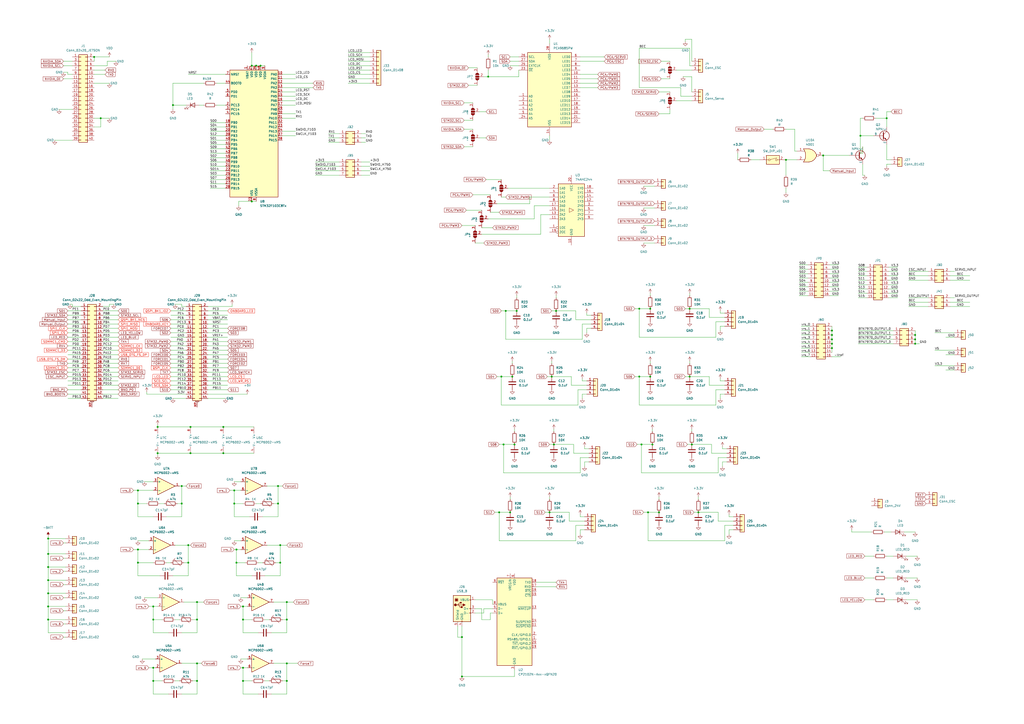
<source format=kicad_sch>
(kicad_sch (version 20230121) (generator eeschema)
  (paper "A2")
  (junction (at 114.3 384.81))
  (junction (at 91.44 262.89))
  (junction (at 530.86 194.31))
  (junction (at 140.97 359.41))
  (junction (at 166.37 394.97))
  (junction (at 400.05 218.44))
  (junction (at 135.89 292.1))
  (junction (at 27.94 351.79))
  (junction (at 378.46 257.81))
  (junction (at 292.1 257.81))
  (junction (at 477.52 90.17))
  (junction (at 482.6 194.31))
  (junction (at 377.19 179.07))
  (junction (at 320.04 218.44))
  (junction (at 322.58 180.34))
  (junction (at 375.92 297.18))
  (junction (at 293.37 180.34))
  (junction (at 140.97 394.97))
  (junction (at 105.41 281.94))
  (junction (at 299.72 180.34))
  (junction (at 514.35 68.58))
  (junction (at 105.41 292.1))
  (junction (at 482.6 196.85))
  (junction (at 27.94 359.41))
  (junction (at 370.84 218.44))
  (junction (at 100.33 60.96))
  (junction (at 382.27 297.18))
  (junction (at 401.32 257.81))
  (junction (at 530.86 199.39))
  (junction (at 109.22 316.23))
  (junction (at 499.11 78.74))
  (junction (at 530.86 196.85))
  (junction (at 88.9 394.97))
  (junction (at 298.45 257.81))
  (junction (at 146.05 116.84))
  (junction (at 151.13 38.1))
  (junction (at 166.37 349.25))
  (junction (at 27.94 312.42))
  (junction (at 267.97 369.57))
  (junction (at 27.94 336.55))
  (junction (at 405.13 297.18))
  (junction (at 137.16 326.39))
  (junction (at 114.3 394.97))
  (junction (at 482.6 199.39))
  (junction (at 370.84 179.07))
  (junction (at 297.18 218.44))
  (junction (at 88.9 351.79))
  (junction (at 455.93 92.71))
  (junction (at 80.01 326.39))
  (junction (at 110.49 262.89))
  (junction (at 88.9 359.41))
  (junction (at 161.29 292.1))
  (junction (at 482.6 201.93))
  (junction (at 27.94 344.17))
  (junction (at 129.54 247.65))
  (junction (at 482.6 191.77))
  (junction (at 166.37 359.41))
  (junction (at 27.94 321.31))
  (junction (at 114.3 359.41))
  (junction (at 161.29 281.94))
  (junction (at 400.05 179.07))
  (junction (at 166.37 384.81))
  (junction (at 91.44 247.65))
  (junction (at 27.94 328.93))
  (junction (at 162.56 326.39))
  (junction (at 80.01 318.77))
  (junction (at 109.22 326.39))
  (junction (at 80.01 292.1))
  (junction (at 137.16 318.77))
  (junction (at 289.56 297.18))
  (junction (at 88.9 387.35))
  (junction (at 80.01 284.48))
  (junction (at 140.97 387.35))
  (junction (at 283.21 44.45))
  (junction (at 54.61 33.02))
  (junction (at 318.77 297.18))
  (junction (at 321.31 257.81))
  (junction (at 135.89 284.48))
  (junction (at 146.05 38.1))
  (junction (at 290.83 218.44))
  (junction (at 267.97 392.43))
  (junction (at 295.91 297.18))
  (junction (at 372.11 257.81))
  (junction (at 129.54 262.89))
  (junction (at 110.49 247.65))
  (junction (at 58.42 68.58))
  (junction (at 377.19 218.44))
  (junction (at 148.59 38.1))
  (junction (at 140.97 351.79))
  (junction (at 162.56 316.23))
  (junction (at 114.3 349.25))
  (wire (pts (xy 417.83 231.14) (xy 417.83 228.6)))
  (wire (pts (xy 435.61 92.71) (xy 440.69 92.71)))
  (wire (pts (xy 420.37 223.52) (xy 411.48 223.52)))
  (wire (pts (xy 59.69 215.9) (xy 68.58 215.9)))
  (wire (pts (xy 92.71 334.01) (xy 80.01 334.01)))
  (wire (pts (xy 494.03 307.34) (xy 494.03 308.61)))
  (wire (pts (xy 163.83 60.96) (xy 171.45 60.96)))
  (wire (pts (xy -111.76 128.27) (xy -121.92 128.27)))
  (wire (pts (xy 481.33 99.06) (xy 477.52 99.06)))
  (wire (pts (xy 290.83 180.34) (xy 293.37 180.34)))
  (wire (pts (xy -68.58 144.78) (xy -72.39 144.78)))
  (wire (pts (xy 36.83 346.71) (xy 38.1 346.71)))
  (wire (pts (xy -134.62 156.21) (xy -137.16 156.21)))
  (wire (pts (xy -110.49 146.05) (xy -121.92 146.05)))
  (wire (pts (xy 38.1 344.17) (xy 27.94 344.17)))
  (wire (pts (xy 287.02 297.18) (xy 289.56 297.18)))
  (wire (pts (xy 99.06 200.66) (xy 107.95 200.66)))
  (wire (pts (xy 99.06 190.5) (xy 107.95 190.5)))
  (wire (pts (xy 120.65 231.14) (xy 130.81 231.14)))
  (wire (pts (xy 455.93 92.71) (xy 455.93 101.6)))
  (wire (pts (xy 497.84 157.48) (xy 502.92 157.48)))
  (wire (pts (xy 499.11 88.9) (xy 500.38 88.9)))
  (wire (pts (xy 288.29 218.44) (xy 290.83 218.44)))
  (wire (pts (xy 39.37 41.91) (xy 36.83 41.91)))
  (wire (pts (xy 104.14 281.94) (xy 105.41 281.94)))
  (wire (pts (xy 342.9 182.88) (xy 340.36 182.88)))
  (wire (pts (xy -109.22 101.6) (xy -109.22 102.87)))
  (wire (pts (xy 110.49 262.89) (xy 129.54 262.89)))
  (wire (pts (xy 91.44 262.89) (xy 110.49 262.89)))
  (wire (pts (xy 283.21 31.75) (xy 283.21 33.02)))
  (wire (pts (xy 121.92 83.82) (xy 130.81 83.82)))
  (wire (pts (xy 121.92 96.52) (xy 130.81 96.52)))
  (wire (pts (xy 85.09 292.1) (xy 80.01 292.1)))
  (wire (pts (xy 464.82 207.01) (xy 469.9 207.01)))
  (wire (pts (xy 293.37 196.85) (xy 293.37 180.34)))
  (wire (pts (xy 142.24 326.39) (xy 137.16 326.39)))
  (wire (pts (xy 332.74 262.89) (xy 332.74 257.81)))
  (wire (pts (xy 114.3 349.25) (xy 114.3 359.41)))
  (wire (pts (xy 342.9 187.96) (xy 337.82 187.96)))
  (wire (pts (xy -119.38 135.89) (xy -121.92 135.89)))
  (wire (pts (xy 280.67 44.45) (xy 283.21 44.45)))
  (wire (pts (xy 455.93 74.93) (xy 461.01 74.93)))
  (wire (pts (xy 400.05 27.94) (xy 400.05 38.1)))
  (wire (pts (xy 500.38 101.6) (xy 501.65 101.6)))
  (wire (pts (xy 209.55 101.6) (xy 214.63 101.6)))
  (wire (pts (xy 515.62 154.94) (xy 520.7 154.94)))
  (wire (pts (xy 59.69 203.2) (xy 68.58 203.2)))
  (wire (pts (xy 140.97 387.35) (xy 140.97 394.97)))
  (wire (pts (xy 109.22 43.18) (xy 130.81 43.18)))
  (wire (pts (xy 121.92 71.12) (xy 130.81 71.12)))
  (wire (pts (xy -44.45 139.7) (xy -55.88 139.7)))
  (wire (pts (xy 97.79 367.03) (xy 88.9 367.03)))
  (wire (pts (xy -143.51 102.87) (xy -134.62 102.87)))
  (wire (pts (xy 455.93 92.71) (xy 462.28 92.71)))
  (wire (pts (xy 373.38 297.18) (xy 375.92 297.18)))
  (wire (pts (xy 514.35 322.58) (xy 518.16 322.58)))
  (wire (pts (xy 120.65 187.96) (xy 132.08 187.96)))
  (wire (pts (xy 85.09 228.6) (xy 107.95 228.6)))
  (wire (pts (xy -119.38 133.35) (xy -121.92 133.35)))
  (wire (pts (xy 405.13 297.18) (xy 416.56 297.18)))
  (wire (pts (xy 313.69 135.89) (xy 313.69 124.46)))
  (wire (pts (xy 514.35 347.98) (xy 518.16 347.98)))
  (wire (pts (xy 109.22 316.23) (xy 109.22 326.39)))
  (wire (pts (xy 551.18 172.72) (xy 553.72 172.72)))
  (wire (pts (xy 59.69 195.58) (xy 68.58 195.58)))
  (wire (pts (xy 54.61 68.58) (xy 58.42 68.58)))
  (wire (pts (xy 370.84 50.8) (xy 394.97 50.8)))
  (wire (pts (xy 149.86 326.39) (xy 152.4 326.39)))
  (wire (pts (xy 285.75 347.98) (xy 285.75 350.52)))
  (wire (pts (xy 39.37 41.91) (xy 39.37 43.18)))
  (wire (pts (xy 121.92 81.28) (xy 130.81 81.28)))
  (wire (pts (xy 121.92 99.06) (xy 130.81 99.06)))
  (wire (pts (xy 99.06 198.12) (xy 107.95 198.12)))
  (wire (pts (xy 425.45 299.72) (xy 422.91 299.72)))
  (wire (pts (xy 336.55 35.56) (xy 350.52 35.56)))
  (wire (pts (xy 464.82 201.93) (xy 469.9 201.93)))
  (wire (pts (xy 497.84 170.18) (xy 502.92 170.18)))
  (wire (pts (xy -134.62 115.57) (xy -148.59 115.57)))
  (wire (pts (xy -109.22 102.87) (xy -121.92 102.87)))
  (wire (pts (xy 400.05 218.44) (xy 411.48 218.44)))
  (wire (pts (xy -53.34 104.14) (xy -55.88 104.14)))
  (wire (pts (xy 41.91 176.53) (xy 41.91 177.8)))
  (wire (pts (xy 279.4 135.89) (xy 313.69 135.89)))
  (wire (pts (xy 105.41 292.1) (xy 105.41 299.72)))
  (wire (pts (xy -134.62 138.43) (xy -148.59 138.43)))
  (wire (pts (xy 500.38 88.9) (xy 500.38 85.09)))
  (wire (pts (xy 38.1 351.79) (xy 27.94 351.79)))
  (wire (pts (xy 209.55 82.55) (xy 212.09 82.55)))
  (wire (pts (xy 340.36 223.52) (xy 331.47 223.52)))
  (wire (pts (xy 368.3 179.07) (xy 370.84 179.07)))
  (wire (pts (xy -68.58 127) (xy -72.39 127)))
  (wire (pts (xy 383.54 45.72) (xy 388.62 45.72)))
  (wire (pts (xy -134.62 120.65) (xy -148.59 120.65)))
  (wire (pts (xy -110.49 151.13) (xy -121.92 151.13)))
  (wire (pts (xy 497.84 160.02) (xy 502.92 160.02)))
  (wire (pts (xy 341.63 262.89) (xy 332.74 262.89)))
  (wire (pts (xy -113.03 123.19) (xy -121.92 123.19)))
  (wire (pts (xy 411.48 184.15) (xy 411.48 179.07)))
  (wire (pts (xy 99.06 220.98) (xy 107.95 220.98)))
  (wire (pts (xy 39.37 187.96) (xy 46.99 187.96)))
  (wire (pts (xy 39.37 215.9) (xy 46.99 215.9)))
  (wire (pts (xy -134.62 151.13) (xy -148.59 151.13)))
  (wire (pts (xy 102.87 292.1) (xy 105.41 292.1)))
  (wire (pts (xy 162.56 326.39) (xy 162.56 334.01)))
  (wire (pts (xy 283.21 127) (xy 309.88 127)))
  (wire (pts (xy -68.58 134.62) (xy -78.74 134.62)))
  (wire (pts (xy 34.29 63.5) (xy 41.91 63.5)))
  (wire (pts (xy 137.16 334.01) (xy 137.16 326.39)))
  (wire (pts (xy 274.32 74.93) (xy 269.24 74.93)))
  (wire (pts (xy 401.32 44.45) (xy 401.32 53.34)))
  (wire (pts (xy 501.65 347.98) (xy 506.73 347.98)))
  (wire (pts (xy -53.34 124.46) (xy -55.88 124.46)))
  (wire (pts (xy 99.06 203.2) (xy 107.95 203.2)))
  (wire (pts (xy 39.37 180.34) (xy 46.99 180.34)))
  (wire (pts (xy 39.37 203.2) (xy 46.99 203.2)))
  (wire (pts (xy 542.29 203.2) (xy 553.72 203.2)))
  (wire (pts (xy 163.83 50.8) (xy 181.61 50.8)))
  (wire (pts (xy 477.52 99.06) (xy 477.52 90.17)))
  (wire (pts (xy 420.37 304.8) (xy 420.37 313.69)))
  (wire (pts (xy 482.6 207.01) (xy 487.68 207.01)))
  (wire (pts (xy -134.62 110.49) (xy -148.59 110.49)))
  (wire (pts (xy 40.64 176.53) (xy 41.91 176.53)))
  (wire (pts (xy 548.64 195.58) (xy 553.72 195.58)))
  (wire (pts (xy 463.55 163.83) (xy 468.63 163.83)))
  (wire (pts (xy 298.45 388.62) (xy 298.45 392.43)))
  (wire (pts (xy -53.34 127) (xy -55.88 127)))
  (wire (pts (xy 114.3 349.25) (xy 118.11 349.25)))
  (wire (pts (xy 120.65 182.88) (xy 132.08 182.88)))
  (wire (pts (xy -113.03 120.65) (xy -121.92 120.65)))
  (wire (pts (xy 311.15 340.36) (xy 322.58 340.36)))
  (wire (pts (xy 120.65 220.98) (xy 132.08 220.98)))
  (wire (pts (xy 135.89 284.48) (xy 135.89 292.1)))
  (wire (pts (xy 54.61 73.66) (xy 58.42 73.66)))
  (wire (pts (xy 463.55 153.67) (xy 468.63 153.67)))
  (wire (pts (xy 321.31 257.81) (xy 332.74 257.81)))
  (wire (pts (xy 39.37 185.42) (xy 46.99 185.42)))
  (wire (pts (xy 120.65 198.12) (xy 132.08 198.12)))
  (wire (pts (xy 137.16 318.77) (xy 137.16 326.39)))
  (wire (pts (xy -44.45 142.24) (xy -55.88 142.24)))
  (wire (pts (xy 163.83 48.26) (xy 181.61 48.26)))
  (wire (pts (xy 63.5 176.53) (xy 63.5 177.8)))
  (wire (pts (xy 341.63 265.43) (xy 336.55 265.43)))
  (wire (pts (xy 209.55 80.01) (xy 212.09 80.01)))
  (wire (pts (xy 39.37 213.36) (xy 46.99 213.36)))
  (wire (pts (xy 139.7 351.79) (xy 140.97 351.79)))
  (wire (pts (xy 382.27 288.29) (xy 382.27 289.56)))
  (wire (pts (xy 111.76 359.41) (xy 114.3 359.41)))
  (wire (pts (xy 146.05 394.97) (xy 140.97 394.97)))
  (wire (pts (xy 340.36 181.61) (xy 340.36 182.88)))
  (wire (pts (xy 139.7 387.35) (xy 140.97 387.35)))
  (wire (pts (xy 336.55 298.45) (xy 336.55 299.72)))
  (wire (pts (xy 54.61 33.02) (xy 63.5 33.02)))
  (wire (pts (xy 292.1 257.81) (xy 298.45 257.81)))
  (wire (pts (xy 340.36 193.04) (xy 340.36 190.5)))
  (wire (pts (xy 83.82 346.71) (xy 91.44 346.71)))
  (wire (pts (xy 158.75 384.81) (xy 166.37 384.81)))
  (wire (pts (xy 482.6 196.85) (xy 482.6 199.39)))
  (wire (pts (xy -68.58 116.84) (xy -72.39 116.84)))
  (wire (pts (xy 515.62 165.1) (xy 520.7 165.1)))
  (wire (pts (xy 382.27 66.04) (xy 388.62 66.04)))
  (wire (pts (xy 337.82 187.96) (xy 337.82 196.85)))
  (wire (pts (xy 140.97 292.1) (xy 135.89 292.1)))
  (wire (pts (xy -68.58 149.86) (xy -72.39 149.86)))
  (wire (pts (xy 373.38 140.97) (xy 379.73 140.97)))
  (wire (pts (xy 166.37 384.81) (xy 166.37 394.97)))
  (wire (pts (xy 41.91 177.8) (xy 46.99 177.8)))
  (wire (pts (xy 97.79 402.59) (xy 88.9 402.59)))
  (wire (pts (xy 109.22 326.39) (xy 109.22 334.01)))
  (wire (pts (xy 397.51 22.86) (xy 397.51 24.13)))
  (wire (pts (xy 419.1 270.51) (xy 419.1 267.97)))
  (wire (pts (xy -113.03 118.11) (xy -121.92 118.11)))
  (wire (pts (xy 420.37 226.06) (xy 415.29 226.06)))
  (wire (pts (xy 481.33 153.67) (xy 486.41 153.67)))
  (wire (pts (xy 497.84 167.64) (xy 502.92 167.64)))
  (wire (pts (xy 269.24 85.09) (xy 274.32 85.09)))
  (wire (pts (xy 59.69 223.52) (xy 68.58 223.52)))
  (wire (pts (xy -113.03 115.57) (xy -121.92 115.57)))
  (wire (pts (xy 99.06 180.34) (xy 107.95 180.34)))
  (wire (pts (xy 120.65 185.42) (xy 132.08 185.42)))
  (wire (pts (xy 515.62 157.48) (xy 520.7 157.48)))
  (wire (pts (xy -68.58 132.08) (xy -78.74 132.08)))
  (wire (pts (xy 341.63 260.35) (xy 339.09 260.35)))
  (wire (pts (xy 464.82 194.31) (xy 469.9 194.31)))
  (wire (pts (xy 88.9 367.03) (xy 88.9 359.41)))
  (wire (pts (xy 289.56 313.69) (xy 289.56 297.18)))
  (wire (pts (xy -53.34 149.86) (xy -55.88 149.86)))
  (wire (pts (xy 551.18 160.02) (xy 562.61 160.02)))
  (wire (pts (xy 146.05 30.48) (xy 146.05 38.1)))
  (wire (pts (xy 91.44 246.38) (xy 91.44 247.65)))
  (wire (pts (xy -109.22 148.59) (xy -121.92 148.59)))
  (wire (pts (xy -53.34 144.78) (xy -55.88 144.78)))
  (wire (pts (xy 340.36 220.98) (xy 337.82 220.98)))
  (wire (pts (xy 163.83 45.72) (xy 171.45 45.72)))
  (wire (pts (xy 530.86 199.39) (xy 533.4 199.39)))
  (wire (pts (xy 39.37 190.5) (xy 46.99 190.5)))
  (wire (pts (xy 137.16 318.77) (xy 139.7 318.77)))
  (wire (pts (xy 120.65 223.52) (xy 132.08 223.52)))
  (wire (pts (xy 38.1 359.41) (xy 27.94 359.41)))
  (wire (pts (xy 514.35 64.77) (xy 514.35 68.58)))
  (wire (pts (xy 163.83 78.74) (xy 171.45 78.74)))
  (wire (pts (xy 100.33 48.26) (xy 100.33 60.96)))
  (wire (pts (xy 499.11 78.74) (xy 499.11 88.9)))
  (wire (pts (xy -68.58 114.3) (xy -72.39 114.3)))
  (wire (pts (xy 80.01 299.72) (xy 80.01 292.1)))
  (wire (pts (xy 525.78 322.58) (xy 532.13 322.58)))
  (wire (pts (xy 163.83 359.41) (xy 166.37 359.41)))
  (wire (pts (xy 100.33 231.14) (xy 107.95 231.14)))
  (wire (pts (xy 80.01 334.01) (xy 80.01 326.39)))
  (wire (pts (xy 372.11 257.81) (xy 378.46 257.81)))
  (wire (pts (xy 279.4 359.41) (xy 284.48 359.41)))
  (wire (pts (xy 36.83 354.33) (xy 38.1 354.33)))
  (wire (pts (xy 120.65 228.6) (xy 143.51 228.6)))
  (wire (pts (xy 166.37 359.41) (xy 166.37 367.03)))
  (wire (pts (xy 120.65 200.66) (xy 132.08 200.66)))
  (wire (pts (xy 284.48 355.6) (xy 285.75 355.6)))
  (wire (pts (xy 464.82 204.47) (xy 469.9 204.47)))
  (wire (pts (xy 397.51 218.44) (xy 400.05 218.44)))
  (wire (pts (xy 59.69 218.44) (xy 68.58 218.44)))
  (wire (pts (xy 201.93 43.18) (xy 214.63 43.18)))
  (wire (pts (xy 542.29 193.04) (xy 553.72 193.04)))
  (wire (pts (xy 39.37 208.28) (xy 46.99 208.28)))
  (wire (pts (xy 290.83 114.3) (xy 293.37 114.3)))
  (wire (pts (xy 182.88 101.6) (xy 196.85 101.6)))
  (wire (pts (xy 515.62 167.64) (xy 520.7 167.64)))
  (wire (pts (xy 497.84 154.94) (xy 502.92 154.94)))
  (wire (pts (xy 99.06 210.82) (xy 107.95 210.82)))
  (wire (pts (xy 281.94 104.14) (xy 290.83 104.14)))
  (wire (pts (xy 464.82 189.23) (xy 469.9 189.23)))
  (wire (pts (xy 105.41 384.81) (xy 114.3 384.81)))
  (wire (pts (xy -138.43 105.41) (xy -140.97 105.41)))
  (wire (pts (xy -36.83 105.41) (xy -36.83 106.68)))
  (wire (pts (xy 160.02 326.39) (xy 162.56 326.39)))
  (wire (pts (xy 421.64 260.35) (xy 419.1 260.35)))
  (wire (pts (xy 121.92 73.66) (xy 130.81 73.66)))
  (wire (pts (xy 392.43 40.64) (xy 401.32 40.64)))
  (wire (pts (xy 497.84 196.85) (xy 518.16 196.85)))
  (wire (pts (xy 182.88 96.52) (xy 196.85 96.52)))
  (wire (pts (xy 86.36 387.35) (xy 88.9 387.35)))
  (wire (pts (xy 309.88 119.38) (xy 309.88 127)))
  (wire (pts (xy 415.29 195.58) (xy 370.84 195.58)))
  (wire (pts (xy 161.29 281.94) (xy 161.29 292.1)))
  (wire (pts (xy 158.75 349.25) (xy 166.37 349.25)))
  (wire (pts (xy 59.69 190.5) (xy 68.58 190.5)))
  (wire (pts (xy -53.34 154.94) (xy -55.88 154.94)))
  (wire (pts (xy 275.59 140.97) (xy 280.67 140.97)))
  (wire (pts (xy 336.55 45.72) (xy 346.71 45.72)))
  (wire (pts (xy 322.58 180.34) (xy 334.01 180.34)))
  (wire (pts (xy 120.65 210.82) (xy 132.08 210.82)))
  (wire (pts (xy 93.98 359.41) (xy 88.9 359.41)))
  (wire (pts (xy 514.35 335.28) (xy 518.16 335.28)))
  (wire (pts (xy 548.64 214.63) (xy 553.72 214.63)))
  (wire (pts (xy 38.1 367.03) (xy 27.94 367.03)))
  (wire (pts (xy 530.86 196.85) (xy 530.86 199.39)))
  (wire (pts (xy 163.83 53.34) (xy 171.45 53.34)))
  (wire (pts (xy 129.54 247.65) (xy 147.32 247.65)))
  (wire (pts (xy 318.77 257.81) (xy 321.31 257.81)))
  (wire (pts (xy 153.67 334.01) (xy 162.56 334.01)))
  (wire (pts (xy 299.72 171.45) (xy 299.72 172.72)))
  (wire (pts (xy 422.91 307.34) (xy 425.45 307.34)))
  (wire (pts (xy 276.86 39.37) (xy 271.78 39.37)))
  (wire (pts (xy -68.58 147.32) (xy -78.74 147.32)))
  (wire (pts (xy 375.92 297.18) (xy 382.27 297.18)))
  (wire (pts (xy 201.93 33.02) (xy 214.63 33.02)))
  (wire (pts (xy 77.47 318.77) (xy 80.01 318.77)))
  (wire (pts (xy 279.4 132.08) (xy 285.75 132.08)))
  (wire (pts (xy 153.67 359.41) (xy 156.21 359.41)))
  (wire (pts (xy 154.94 281.94) (xy 161.29 281.94)))
  (wire (pts (xy 27.94 312.42) (xy 27.94 321.31)))
  (wire (pts (xy -68.58 106.68) (xy -90.17 106.68)))
  (wire (pts (xy 36.83 35.56) (xy 41.91 35.56)))
  (wire (pts (xy 416.56 302.26) (xy 416.56 297.18)))
  (wire (pts (xy 337.82 196.85) (xy 293.37 196.85)))
  (wire (pts (xy 148.59 38.1) (xy 151.13 38.1)))
  (wire (pts (xy 39.37 220.98) (xy 46.99 220.98)))
  (wire (pts (xy 463.55 158.75) (xy 468.63 158.75)))
  (wire (pts (xy 99.06 193.04) (xy 107.95 193.04)))
  (wire (pts (xy 135.89 299.72) (xy 135.89 292.1)))
  (wire (pts (xy 135.89 318.77) (xy 137.16 318.77)))
  (wire (pts (xy 340.36 226.06) (xy 335.28 226.06)))
  (wire (pts (xy 513.08 308.61) (xy 516.89 308.61)))
  (wire (pts (xy 39.37 195.58) (xy 46.99 195.58)))
  (wire (pts (xy 267.97 130.81) (xy 275.59 130.81)))
  (wire (pts (xy 417.83 180.34) (xy 417.83 181.61)))
  (wire (pts (xy 59.69 210.82) (xy 68.58 210.82)))
  (wire (pts (xy 527.05 175.26) (xy 538.48 175.26)))
  (wire (pts (xy 190.5 77.47) (xy 196.85 77.47)))
  (wire (pts (xy 422.91 298.45) (xy 422.91 299.72)))
  (wire (pts (xy -134.62 146.05) (xy -148.59 146.05)))
  (wire (pts (xy 80.01 318.77) (xy 80.01 326.39)))
  (wire (pts (xy 501.65 335.28) (xy 506.73 335.28)))
  (wire (pts (xy 370.84 179.07) (xy 377.19 179.07)))
  (wire (pts (xy 59.69 180.34) (xy 68.58 180.34)))
  (wire (pts (xy 392.43 58.42) (xy 401.32 58.42)))
  (wire (pts (xy -44.45 134.62) (xy -55.88 134.62)))
  (wire (pts (xy 527.05 162.56) (xy 538.48 162.56)))
  (wire (pts (xy 190.5 80.01) (xy 196.85 80.01)))
  (wire (pts (xy 463.55 156.21) (xy 468.63 156.21)))
  (wire (pts (xy 39.37 193.04) (xy 46.99 193.04)))
  (wire (pts (xy 397.51 179.07) (xy 400.05 179.07)))
  (wire (pts (xy -53.34 116.84) (xy -55.88 116.84)))
  (wire (pts (xy 420.37 186.69) (xy 415.29 186.69)))
  (wire (pts (xy 80.01 318.77) (xy 86.36 318.77)))
  (wire (pts (xy 482.6 201.93) (xy 482.6 204.47)))
  (wire (pts (xy 144.78 299.72) (xy 135.89 299.72)))
  (wire (pts (xy 481.33 166.37) (xy 486.41 166.37)))
  (wire (pts (xy -53.34 119.38) (xy -55.88 119.38)))
  (wire (pts (xy 298.45 248.92) (xy 298.45 250.19)))
  (wire (pts (xy 154.94 316.23) (xy 162.56 316.23)))
  (wire (pts (xy -53.34 101.6) (xy -53.34 104.14)))
  (wire (pts (xy 422.91 309.88) (xy 422.91 307.34)))
  (wire (pts (xy 295.91 38.1) (xy 300.99 38.1)))
  (wire (pts (xy 139.7 382.27) (xy 143.51 382.27)))
  (wire (pts (xy -68.58 152.4) (xy -72.39 152.4)))
  (wire (pts (xy 416.56 265.43) (xy 416.56 274.32)))
  (wire (pts (xy 100.33 60.96) (xy 107.95 60.96)))
  (wire (pts (xy 402.59 297.18) (xy 405.13 297.18)))
  (wire (pts (xy 400.05 179.07) (xy 411.48 179.07)))
  (wire (pts (xy 417.83 191.77) (xy 417.83 189.23)))
  (wire (pts (xy 514.35 68.58) (xy 514.35 73.66)))
  (wire (pts (xy 283.21 44.45) (xy 300.99 44.45)))
  (wire (pts (xy 271.78 49.53) (xy 276.86 49.53)))
  (wire (pts (xy 27.94 336.55) (xy 27.94 344.17)))
  (wire (pts (xy 120.65 208.28) (xy 132.08 208.28)))
  (wire (pts (xy 320.04 218.44) (xy 331.47 218.44)))
  (wire (pts (xy 59.69 205.74) (xy 68.58 205.74)))
  (wire (pts (xy 494.03 308.61) (xy 505.46 308.61)))
  (wire (pts (xy 93.98 394.97) (xy 88.9 394.97)))
  (wire (pts (xy 318.77 78.74) (xy 318.77 81.28)))
  (wire (pts (xy -40.64 109.22) (xy -55.88 109.22)))
  (wire (pts (xy -138.43 105.41) (xy -138.43 107.95)))
  (wire (pts (xy 274.32 59.69) (xy 269.24 59.69)))
  (wire (pts (xy 125.73 60.96) (xy 130.81 60.96)))
  (wire (pts (xy 114.3 394.97) (xy 114.3 402.59)))
  (wire (pts (xy -68.58 124.46) (xy -72.39 124.46)))
  (wire (pts (xy 153.67 394.97) (xy 156.21 394.97)))
  (wire (pts (xy 27.94 359.41) (xy 27.94 367.03)))
  (wire (pts (xy -134.62 125.73) (xy -148.59 125.73)))
  (wire (pts (xy 125.73 48.26) (xy 130.81 48.26)))
  (wire (pts (xy 101.6 394.97) (xy 104.14 394.97)))
  (wire (pts (xy 339.09 302.26) (xy 330.2 302.26)))
  (wire (pts (xy -53.34 121.92) (xy -55.88 121.92)))
  (wire (pts (xy 120.65 177.8) (xy 134.62 177.8)))
  (wire (pts (xy 527.05 177.8) (xy 538.48 177.8)))
  (wire (pts (xy 398.78 257.81) (xy 401.32 257.81)))
  (wire (pts (xy 336.55 265.43) (xy 336.55 274.32)))
  (wire (pts (xy 336.55 309.88) (xy 336.55 307.34)))
  (wire (pts (xy 54.61 40.64) (xy 60.96 40.64)))
  (wire (pts (xy -68.58 154.94) (xy -72.39 154.94)))
  (wire (pts (xy 463.55 166.37) (xy 468.63 166.37)))
  (wire (pts (xy 54.61 48.26) (xy 63.5 48.26)))
  (wire (pts (xy -113.03 113.03) (xy -121.92 113.03)))
  (wire (pts (xy 140.97 367.03) (xy 140.97 359.41)))
  (wire (pts (xy 334.01 185.42) (xy 334.01 180.34)))
  (wire (pts (xy -119.38 107.95) (xy -121.92 107.95)))
  (wire (pts (xy 121.92 109.22) (xy 130.81 109.22)))
  (wire (pts (xy 88.9 351.79) (xy 91.44 351.79)))
  (wire (pts (xy 464.82 199.39) (xy 469.9 199.39)))
  (wire (pts (xy 120.65 190.5) (xy 132.08 190.5)))
  (wire (pts (xy 378.46 248.92) (xy 378.46 250.19)))
  (wire (pts (xy 201.93 35.56) (xy 214.63 35.56)))
  (wire (pts (xy 425.45 302.26) (xy 416.56 302.26)))
  (wire (pts (xy 313.69 124.46) (xy 318.77 124.46)))
  (wire (pts (xy 388.62 66.04) (xy 388.62 63.5)))
  (wire (pts (xy 209.55 99.06) (xy 214.63 99.06)))
  (wire (pts (xy 335.28 226.06) (xy 335.28 234.95)))
  (wire (pts (xy 39.37 205.74) (xy 46.99 205.74)))
  (wire (pts (xy 27.94 321.31) (xy 27.94 328.93)))
  (wire (pts (xy 190.5 82.55) (xy 196.85 82.55)))
  (wire (pts (xy 339.09 267.97) (xy 341.63 267.97)))
  (wire (pts (xy -134.62 118.11) (xy -148.59 118.11)))
  (wire (pts (xy 265.43 363.22) (xy 265.43 369.57)))
  (wire (pts (xy 209.55 93.98) (xy 214.63 93.98)))
  (wire (pts (xy -53.34 137.16) (xy -55.88 137.16)))
  (wire (pts (xy 163.83 58.42) (xy 171.45 58.42)))
  (wire (pts (xy -110.49 143.51) (xy -121.92 143.51)))
  (wire (pts (xy 27.94 311.15) (xy 27.94 312.42)))
  (wire (pts (xy 157.48 402.59) (xy 166.37 402.59)))
  (wire (pts (xy -119.38 105.41) (xy -119.38 107.95)))
  (wire (pts (xy -68.58 121.92) (xy -72.39 121.92)))
  (wire (pts (xy 289.56 297.18) (xy 295.91 297.18)))
  (wire (pts (xy 54.61 43.18) (xy 60.96 43.18)))
  (wire (pts (xy 36.83 361.95) (xy 38.1 361.95)))
  (wire (pts (xy 318.77 22.86) (xy 318.77 25.4)))
  (wire (pts (xy 397.51 22.86) (xy 401.32 22.86)))
  (wire (pts (xy 394.97 50.8) (xy 394.97 55.88)))
  (wire (pts (xy 59.69 198.12) (xy 68.58 198.12)))
  (wire (pts (xy 336.55 50.8) (xy 346.71 50.8)))
  (wire (pts (xy 542.29 212.09) (xy 553.72 212.09)))
  (wire (pts (xy 59.69 226.06) (xy 68.58 226.06)))
  (wire (pts (xy 284.48 123.19) (xy 289.56 123.19)))
  (wire (pts (xy 461.01 87.63) (xy 462.28 87.63)))
  (wire (pts (xy 339.09 259.08) (xy 339.09 260.35)))
  (wire (pts (xy 140.97 402.59) (xy 140.97 394.97)))
  (wire (pts (xy 421.64 265.43) (xy 416.56 265.43)))
  (wire (pts (xy 105.41 402.59) (xy 114.3 402.59)))
  (wire (pts (xy 497.84 194.31) (xy 518.16 194.31)))
  (wire (pts (xy 267.97 369.57) (xy 267.97 392.43)))
  (wire (pts (xy -119.38 125.73) (xy -121.92 125.73)))
  (wire (pts (xy 88.9 402.59) (xy 88.9 394.97)))
  (wire (pts (xy 280.67 355.6) (xy 280.67 353.06)))
  (wire (pts (xy 499.11 78.74) (xy 506.73 78.74)))
  (wire (pts (xy 515.62 172.72) (xy 520.7 172.72)))
  (wire (pts (xy 316.23 297.18) (xy 318.77 297.18)))
  (wire (pts (xy 443.23 74.93) (xy 448.31 74.93)))
  (wire (pts (xy -55.88 106.68) (xy -36.83 106.68)))
  (wire (pts (xy 370.84 218.44) (xy 377.19 218.44)))
  (wire (pts (xy -134.62 133.35) (xy -137.16 133.35)))
  (wire (pts (xy 497.84 162.56) (xy 502.92 162.56)))
  (wire (pts (xy 463.55 171.45) (xy 468.63 171.45)))
  (wire (pts (xy 59.69 220.98) (xy 68.58 220.98)))
  (wire (pts (xy 162.56 316.23) (xy 166.37 316.23)))
  (wire (pts (xy -111.76 130.81) (xy -121.92 130.81)))
  (wire (pts (xy 149.86 402.59) (xy 140.97 402.59)))
  (wire (pts (xy 463.55 161.29) (xy 468.63 161.29)))
  (wire (pts (xy 54.61 33.02) (xy 54.61 35.56)))
  (wire (pts (xy 105.41 367.03) (xy 114.3 367.03)))
  (wire (pts (xy 515.62 170.18) (xy 520.7 170.18)))
  (wire (pts (xy -68.58 142.24) (xy -72.39 142.24)))
  (wire (pts (xy 163.83 55.88) (xy 171.45 55.88)))
  (wire (pts (xy 100.33 63.5) (xy 100.33 60.96)))
  (wire (pts (xy 500.38 68.58) (xy 499.11 68.58)))
  (wire (pts (xy 80.01 313.69) (xy 86.36 313.69)))
  (wire (pts (xy 59.69 182.88) (xy 68.58 182.88)))
  (wire (pts (xy 527.05 172.72) (xy 538.48 172.72)))
  (wire (pts (xy 201.93 45.72) (xy 214.63 45.72)))
  (wire (pts (xy 289.56 257.81) (xy 292.1 257.81)))
  (wire (pts (xy 182.88 93.98) (xy 196.85 93.98)))
  (wire (pts (xy 383.54 35.56) (xy 388.62 35.56)))
  (wire (pts (xy 267.97 392.43) (xy 298.45 392.43)))
  (wire (pts (xy 88.9 351.79) (xy 88.9 359.41)))
  (wire (pts (xy 497.84 165.1) (xy 502.92 165.1)))
  (wire (pts (xy 88.9 299.72) (xy 80.01 299.72)))
  (wire (pts (xy 515.62 162.56) (xy 520.7 162.56)))
  (wire (pts (xy 134.62 176.53) (xy 134.62 177.8)))
  (wire (pts (xy 146.05 359.41) (xy 140.97 359.41)))
  (wire (pts (xy 551.18 157.48) (xy 553.72 157.48)))
  (wire (pts (xy 290.83 234.95) (xy 290.83 218.44)))
  (wire (pts (xy 121.92 88.9) (xy 130.81 88.9)))
  (wire (pts (xy 106.68 326.39) (xy 109.22 326.39)))
  (wire (pts (xy -111.76 110.49) (xy -121.92 110.49)))
  (wire (pts (xy 527.05 157.48) (xy 538.48 157.48)))
  (wire (pts (xy 36.83 314.96) (xy 38.1 314.96)))
  (wire (pts (xy 336.55 33.02) (xy 350.52 33.02)))
  (wire (pts (xy 288.29 118.11) (xy 307.34 118.11)))
  (wire (pts (xy 27.94 328.93) (xy 27.94 336.55)))
  (wire (pts (xy 497.84 172.72) (xy 502.92 172.72)))
  (wire (pts (xy 120.65 203.2) (xy 132.08 203.2)))
  (wire (pts (xy 63.5 177.8) (xy 59.69 177.8)))
  (wire (pts (xy 275.59 355.6) (xy 280.67 355.6)))
  (wire (pts (xy 283.21 40.64) (xy 283.21 44.45)))
  (wire (pts (xy 342.9 185.42) (xy 334.01 185.42)))
  (wire (pts (xy -119.38 156.21) (xy -121.92 156.21)))
  (wire (pts (xy -134.62 113.03) (xy -148.59 113.03)))
  (wire (pts (xy 139.7 346.71) (xy 143.51 346.71)))
  (wire (pts (xy 209.55 77.47) (xy 212.09 77.47)))
  (wire (pts (xy 121.92 86.36) (xy 130.81 86.36)))
  (wire (pts (xy 82.55 382.27) (xy 90.17 382.27)))
  (wire (pts (xy 394.97 55.88) (xy 401.32 55.88)))
  (wire (pts (xy 477.52 90.17) (xy 492.76 90.17)))
  (wire (pts (xy 551.18 162.56) (xy 562.61 162.56)))
  (wire (pts (xy 336.55 43.18) (xy 346.71 43.18)))
  (wire (pts (xy 27.94 344.17) (xy 27.94 351.79)))
  (wire (pts (xy 133.35 284.48) (xy 135.89 284.48)))
  (wire (pts (xy 201.93 30.48) (xy 214.63 30.48)))
  (wire (pts (xy 417.83 219.71) (xy 417.83 220.98)))
  (wire (pts (xy 267.97 363.22) (xy 267.97 369.57)))
  (wire (pts (xy 508 68.58) (xy 514.35 68.58)))
  (wire (pts (xy 83.82 279.4) (xy 88.9 279.4)))
  (wire (pts (xy -134.62 140.97) (xy -148.59 140.97)))
  (wire (pts (xy 101.6 316.23) (xy 109.22 316.23)))
  (wire (pts (xy 99.06 187.96) (xy 107.95 187.96)))
  (wire (pts (xy 115.57 60.96) (xy 118.11 60.96)))
  (wire (pts (xy 415.29 234.95) (xy 370.84 234.95)))
  (wire (pts (xy 516.89 95.25) (xy 514.35 95.25)))
  (wire (pts (xy -134.62 128.27) (xy -148.59 128.27)))
  (wire (pts (xy 96.52 326.39) (xy 99.06 326.39)))
  (wire (pts (xy 370.84 27.94) (xy 370.84 50.8)))
  (wire (pts (xy 36.83 369.57) (xy 38.1 369.57)))
  (wire (pts (xy 551.18 175.26) (xy 562.61 175.26)))
  (wire (pts (xy 320.04 209.55) (xy 320.04 210.82)))
  (wire (pts (xy 400.05 38.1) (xy 401.32 38.1)))
  (wire (pts (xy 369.57 257.81) (xy 372.11 257.81)))
  (wire (pts (xy 121.92 91.44) (xy 130.81 91.44)))
  (wire (pts (xy 80.01 326.39) (xy 88.9 326.39)))
  (wire (pts (xy 482.6 191.77) (xy 482.6 194.31)))
  (wire (pts (xy 99.06 213.36) (xy 107.95 213.36)))
  (wire (pts (xy -71.12 104.14) (xy -71.12 101.6)))
  (wire (pts (xy -68.58 111.76) (xy -81.28 111.76)))
  (wire (pts (xy 38.1 312.42) (xy 27.94 312.42)))
  (wire (pts (xy -143.51 102.87) (xy -143.51 101.6)))
  (wire (pts (xy 295.91 33.02) (xy 300.99 33.02)))
  (wire (pts (xy 91.44 262.89) (xy 91.44 264.16)))
  (wire (pts (xy 129.54 262.89) (xy 147.32 262.89)))
  (wire (pts (xy 461.01 74.93) (xy 461.01 87.63)))
  (wire (pts (xy 163.83 43.18) (xy 171.45 43.18)))
  (wire (pts (xy 36.83 38.1) (xy 41.91 38.1)))
  (wire (pts (xy 138.43 116.84) (xy 146.05 116.84)))
  (wire (pts (xy 455.93 111.76) (xy 455.93 109.22)))
  (wire (pts (xy 114.3 384.81) (xy 116.84 384.81)))
  (wire (pts (xy 38.1 328.93) (xy 27.94 328.93)))
  (wire (pts (xy 36.83 323.85) (xy 38.1 323.85)))
  (wire (pts (xy 307.34 114.3) (xy 318.77 114.3)))
  (wire (pts (xy 62.23 38.1) (xy 54.61 38.1)))
  (wire (pts (xy 548.64 205.74) (xy 553.72 205.74)))
  (wire (pts (xy 293.37 180.34) (xy 299.72 180.34)))
  (wire (pts (xy 370.84 195.58) (xy 370.84 179.07)))
  (wire (pts (xy 138.43 119.38) (xy 138.43 116.84)))
  (wire (pts (xy -134.62 130.81) (xy -137.16 130.81)))
  (wire (pts (xy 497.84 199.39) (xy 518.16 199.39)))
  (wire (pts (xy 373.38 120.65) (xy 379.73 120.65)))
  (wire (pts (xy 335.28 234.95) (xy 290.83 234.95)))
  (wire (pts (xy 163.83 394.97) (xy 166.37 394.97)))
  (wire (pts (xy 121.92 78.74) (xy 130.81 78.74)))
  (wire (pts (xy 59.69 231.14) (xy 68.58 231.14)))
  (wire (pts (xy -138.43 107.95) (xy -134.62 107.95)))
  (wire (pts (xy 339.09 299.72) (xy 336.55 299.72)))
  (wire (pts (xy 420.37 313.69) (xy 375.92 313.69)))
  (wire (pts (xy 146.05 116.84) (xy 148.59 116.84)))
  (wire (pts (xy 482.6 199.39) (xy 482.6 201.93)))
  (wire (pts (xy 161.29 281.94) (xy 163.83 281.94)))
  (wire (pts (xy 59.69 228.6) (xy 68.58 228.6)))
  (wire (pts (xy -134.62 148.59) (xy -137.16 148.59)))
  (wire (pts (xy 110.49 247.65) (xy 129.54 247.65)))
  (wire (pts (xy 373.38 107.95) (xy 379.73 107.95)))
  (wire (pts (xy 59.69 208.28) (xy 68.58 208.28)))
  (wire (pts (xy 99.06 185.42) (xy 107.95 185.42)))
  (wire (pts (xy 39.37 223.52) (xy 46.99 223.52)))
  (wire (pts (xy 339.09 304.8) (xy 334.01 304.8)))
  (wire (pts (xy 39.37 200.66) (xy 46.99 200.66)))
  (wire (pts (xy 99.06 226.06) (xy 107.95 226.06)))
  (wire (pts (xy 201.93 40.64) (xy 214.63 40.64)))
  (wire (pts (xy 275.59 347.98) (xy 285.75 347.98)))
  (wire (pts (xy 420.37 220.98) (xy 417.83 220.98)))
  (wire (pts (xy 334.01 313.69) (xy 289.56 313.69)))
  (wire (pts (xy 58.42 68.58) (xy 58.42 73.66)))
  (wire (pts (xy 275.59 353.06) (xy 279.4 353.06)))
  (wire (pts (xy 58.42 68.58) (xy 63.5 68.58)))
  (wire (pts (xy 481.33 158.75) (xy 486.41 158.75)))
  (wire (pts (xy 105.41 281.94) (xy 105.41 292.1)))
  (wire (pts (xy 290.83 218.44) (xy 297.18 218.44)))
  (wire (pts (xy -44.45 129.54) (xy -55.88 129.54)))
  (wire (pts (xy 146.05 38.1) (xy 148.59 38.1)))
  (wire (pts (xy 340.36 190.5) (xy 342.9 190.5)))
  (wire (pts (xy 59.69 187.96) (xy 68.58 187.96)))
  (wire (pts (xy 339.09 270.51) (xy 339.09 267.97)))
  (wire (pts (xy 77.47 284.48) (xy 80.01 284.48)))
  (wire (pts (xy 39.37 218.44) (xy 46.99 218.44)))
  (wire (pts (xy -110.49 140.97) (xy -121.92 140.97)))
  (wire (pts (xy 39.37 226.06) (xy 46.99 226.06)))
  (wire (pts (xy 415.29 226.06) (xy 415.29 234.95)))
  (wire (pts (xy 99.06 205.74) (xy 107.95 205.74)))
  (wire (pts (xy -44.45 132.08) (xy -55.88 132.08)))
  (wire (pts (xy 482.6 189.23) (xy 482.6 191.77)))
  (wire (pts (xy 106.68 349.25) (xy 114.3 349.25)))
  (wire (pts (xy -134.62 123.19) (xy -137.16 123.19)))
  (wire (pts (xy 120.65 195.58) (xy 132.08 195.58)))
  (wire (pts (xy 140.97 351.79) (xy 140.97 359.41)))
  (wire (pts (xy 330.2 302.26) (xy 330.2 297.18)))
  (wire (pts (xy 514.35 83.82) (xy 514.35 92.71)))
  (wire (pts (xy 62.23 35.56) (xy 67.31 35.56)))
  (wire (pts (xy 334.01 304.8) (xy 334.01 313.69)))
  (wire (pts (xy 39.37 228.6) (xy 46.99 228.6)))
  (wire (pts (xy 370.84 27.94) (xy 400.05 27.94)))
  (wire (pts (xy -68.58 137.16) (xy -72.39 137.16)))
  (wire (pts (xy 499.11 78.74) (xy 499.11 68.58)))
  (wire (pts (xy -53.34 114.3) (xy -55.88 114.3)))
  (wire (pts (xy 278.13 64.77) (xy 281.94 64.77)))
  (wire (pts (xy 99.06 218.44) (xy 107.95 218.44)))
  (wire (pts (xy 161.29 292.1) (xy 161.29 299.72)))
  (wire (pts (xy 400.05 209.55) (xy 400.05 210.82)))
  (wire (pts (xy 101.6 359.41) (xy 104.14 359.41)))
  (wire (pts (xy 120.65 218.44) (xy 132.08 218.44)))
  (wire (pts (xy 96.52 299.72) (xy 105.41 299.72)))
  (wire (pts (xy 311.15 337.82) (xy 322.58 337.82)))
  (wire (pts (xy 337.82 219.71) (xy 337.82 220.98)))
  (wire (pts (xy 419.1 267.97) (xy 421.64 267.97)))
  (wire (pts (xy -68.58 139.7) (xy -80.01 139.7)))
  (wire (pts (xy 114.3 384.81) (xy 114.3 394.97)))
  (wire (pts (xy 321.31 248.92) (xy 321.31 250.19)))
  (wire (pts (xy 166.37 384.81) (xy 172.72 384.81)))
  (wire (pts (xy -68.58 129.54) (xy -78.74 129.54)))
  (wire (pts (xy 99.06 215.9) (xy 107.95 215.9)))
  (wire (pts (xy 525.78 335.28) (xy 532.13 335.28)))
  (wire (pts (xy 515.62 160.02) (xy 520.7 160.02)))
  (wire (pts (xy 201.93 38.1) (xy 214.63 38.1)))
  (wire (pts (xy 400.05 170.18) (xy 400.05 171.45)))
  (wire (pts (xy 149.86 367.03) (xy 140.97 367.03)))
  (wire (pts (xy 368.3 218.44) (xy 370.84 218.44)))
  (wire (pts (xy 331.47 223.52) (xy 331.47 218.44)))
  (wire (pts (xy 36.83 339.09) (xy 38.1 339.09)))
  (wire (pts (xy 101.6 176.53) (xy 105.41 176.53)))
  (wire (pts (xy 121.92 93.98) (xy 130.81 93.98)))
  (wire (pts (xy 396.24 44.45) (xy 401.32 44.45)))
  (wire (pts (xy 39.37 43.18) (xy 41.91 43.18)))
  (wire (pts (xy 59.69 200.66) (xy 68.58 200.66)))
  (wire (pts (xy 135.89 279.4) (xy 139.7 279.4)))
  (wire (pts (xy 412.75 262.89) (xy 412.75 257.81)))
  (wire (pts (xy 300.99 44.45) (xy 300.99 40.64)))
  (wire (pts (xy 372.11 274.32) (xy 372.11 257.81)))
  (wire (pts (xy 39.37 182.88) (xy 46.99 182.88)))
  (wire (pts (xy 295.91 35.56) (xy 300.99 35.56)))
  (wire (pts (xy 36.83 45.72) (xy 41.91 45.72)))
  (wire (pts (xy 157.48 367.03) (xy 166.37 367.03)))
  (wire (pts (xy 514.35 64.77) (xy 516.89 64.77)))
  (wire (pts (xy 420.37 181.61) (xy 417.83 181.61)))
  (wire (pts (xy 99.06 208.28) (xy 107.95 208.28)))
  (wire (pts (xy 501.65 322.58) (xy 506.73 322.58)))
  (wire (pts (xy 336.55 307.34) (xy 339.09 307.34)))
  (wire (pts (xy 63.5 176.53) (xy 66.04 176.53)))
  (wire (pts (xy -49.53 101.6) (xy -53.34 101.6)))
  (wire (pts (xy 111.76 394.97) (xy 114.3 394.97)))
  (wire (pts (xy 481.33 156.21) (xy 486.41 156.21)))
  (wire (pts (xy 120.65 215.9) (xy 132.08 215.9)))
  (wire (pts (xy 38.1 336.55) (xy 27.94 336.55)))
  (wire (pts (xy 427.99 88.9) (xy 427.99 92.71)))
  (wire (pts (xy 274.32 113.03) (xy 284.48 113.03)))
  (wire (pts (xy 481.33 171.45) (xy 486.41 171.45)))
  (wire (pts (xy 121.92 76.2) (xy 130.81 76.2)))
  (wire (pts (xy 100.33 48.26) (xy 118.11 48.26)))
  (wire (pts (xy -71.12 101.6) (xy -74.93 101.6)))
  (wire (pts (xy 318.77 297.18) (xy 330.2 297.18)))
  (wire (pts (xy 419.1 259.08) (xy 419.1 260.35)))
  (wire (pts (xy 109.22 316.23) (xy 110.49 316.23)))
  (wire (pts (xy -134.62 135.89) (xy -148.59 135.89)))
  (wire (pts (xy 530.86 191.77) (xy 530.86 194.31)))
  (wire (pts (xy 80.01 284.48) (xy 80.01 292.1)))
  (wire (pts (xy 265.43 369.57) (xy 267.97 369.57)))
  (wire (pts (xy 107.95 177.8) (xy 105.41 177.8)))
  (wire (pts (xy 163.83 68.58) (xy 171.45 68.58)))
  (wire (pts (xy -40.64 111.76) (xy -55.88 111.76)))
  (wire (pts (xy 85.09 227.33) (xy 85.09 228.6)))
  (wire (pts (xy 166.37 394.97) (xy 166.37 402.59)))
  (wire (pts (xy -110.49 153.67) (xy -121.92 153.67)))
  (wire (pts (xy 377.19 170.18) (xy 377.19 171.45)))
  (wire (pts (xy 337.82 231.14) (xy 337.82 228.6)))
  (wire (pts (xy 91.44 247.65) (xy 110.49 247.65)))
  (wire (pts (xy 417.83 189.23) (xy 420.37 189.23)))
  (wire (pts (xy 151.13 38.1) (xy 153.67 38.1)))
  (wire (pts (xy 425.45 304.8) (xy 420.37 304.8)))
  (wire (pts (xy 182.88 99.06) (xy 196.85 99.06)))
  (wire (pts (xy 481.33 161.29) (xy 486.41 161.29)))
  (wire (pts (xy 148.59 292.1) (xy 151.13 292.1)))
  (wire (pts (xy 482.6 194.31) (xy 482.6 196.85)))
  (wire (pts (xy 27.94 351.79) (xy 27.94 359.41)))
  (wire (pts (xy 99.06 195.58) (xy 107.95 195.58)))
  (wire (pts (xy 120.65 193.04) (xy 132.08 193.04)))
  (wire (pts (xy 401.32 257.81) (xy 412.75 257.81)))
  (wire (pts (xy 481.33 168.91) (xy 486.41 168.91)))
  (wire (pts (xy 59.69 213.36) (xy 68.58 213.36)))
  (wire (pts (xy -68.58 119.38) (xy -72.39 119.38)))
  (wire (pts (xy -44.45 147.32) (xy -55.88 147.32)))
  (wire (pts (xy 317.5 218.44) (xy 320.04 218.44)))
  (wire (pts (xy 88.9 387.35) (xy 88.9 394.97)))
  (wire (pts (xy 375.92 313.69) (xy 375.92 297.18)))
  (wire (pts (xy 105.41 281.94) (xy 107.95 281.94)))
  (wire (pts (xy 135.89 313.69) (xy 139.7 313.69)))
  (wire (pts (xy 370.84 234.95) (xy 370.84 218.44)))
  (wire (pts (xy 163.83 66.04) (xy 171.45 66.04)))
  (wire (pts (xy 309.88 119.38) (xy 318.77 119.38)))
  (wire (pts (xy 416.56 274.32) (xy 372.11 274.32)))
  (wire (pts (xy 421.64 262.89) (xy 412.75 262.89)))
  (wire (pts (xy 39.37 231.14) (xy 46.99 231.14)))
  (wire (pts (xy 166.37 349.25) (xy 170.18 349.25)))
  (wire (pts (xy 59.69 193.04) (xy 68.58 193.04)))
  (wire (pts (xy 41.91 81.28) (xy 31.75 81.28)))
  (wire (pts (xy 336.55 274.32) (xy 292.1 274.32)))
  (wire (pts (xy -115.57 105.41) (xy -119.38 105.41)))
  (wire (pts (xy 39.37 198.12) (xy 46.99 198.12)))
  (wire (pts (xy 497.84 191.77) (xy 518.16 191.77)))
  (wire (pts (xy 405.13 288.29) (xy 405.13 289.56)))
  (wire (pts (xy 135.89 284.48) (xy 139.7 284.48)))
  (wire (pts (xy 121.92 101.6) (xy 130.81 101.6)))
  (wire (pts (xy 417.83 228.6) (xy 420.37 228.6)))
  (wire (pts (xy 500.38 95.25) (xy 500.38 101.6)))
  (wire (pts (xy -90.17 105.41) (xy -90.17 106.68)))
  (wire (pts (xy 318.77 288.29) (xy 318.77 289.56)))
  (wire (pts (xy 269.24 69.85) (xy 274.32 69.85)))
  (wire (pts (xy 120.65 226.06) (xy 132.08 226.06)))
  (wire (pts (xy 551.18 177.8) (xy 562.61 177.8)))
  (wire (pts (xy 86.36 351.79) (xy 88.9 351.79)))
  (wire (pts (xy 373.38 130.81) (xy 379.73 130.81)))
  (wire (pts (xy 114.3 359.41) (xy 114.3 367.03)))
  (wire (pts (xy 322.58 171.45) (xy 322.58 172.72)))
  (wire (pts (xy -134.62 153.67) (xy -148.59 153.67)))
  (wire (pts (xy 295.91 288.29) (xy 295.91 289.56)))
  (wire (pts (xy 411.48 223.52) (xy 411.48 218.44)))
  (wire (pts (xy 514.35 92.71) (xy 516.89 92.71)))
  (wire (pts (xy 524.51 308.61) (xy 530.86 308.61)))
  (wire (pts (xy 464.82 191.77) (xy 469.9 191.77)))
  (wire (pts (xy 201.93 48.26) (xy 214.63 48.26)))
  (wire (pts (xy 92.71 292.1) (xy 95.25 292.1)))
  (wire (pts (xy 320.04 180.34) (xy 322.58 180.34)))
  (wire (pts (xy 105.41 176.53) (xy 105.41 177.8)))
  (wire (pts (xy 163.83 76.2) (xy 171.45 76.2)))
  (wire (pts (xy 100.33 334.01) (xy 109.22 334.01)))
  (wire (pts (xy 284.48 359.41) (xy 284.48 355.6)))
  (wire (pts (xy 140.97 387.35) (xy 143.51 387.35)))
  (wire (pts (xy 420.37 184.15) (xy 411.48 184.15)))
  (wire (pts (xy 59.69 185.42) (xy 68.58 185.42)))
  (wire (pts (xy 527.05 160.02) (xy 538.48 160.02)))
  (wire (pts (xy 38.1 321.31) (xy 27.94 321.31)))
  (wire (pts (xy -68.58 109.22) (xy -72.39 109.22)))
  (wire (pts (xy -134.62 143.51) (xy -148.59 143.51)))
  (wire (pts (xy 36.83 331.47) (xy 38.1 331.47)))
  (wire (pts (xy 209.55 96.52) (xy 214.63 96.52)))
  (wire (pts (xy 121.92 104.14) (xy 130.81 104.14)))
  (wire (pts (xy 162.56 316.23) (xy 162.56 326.39)))
  (wire (pts (xy 382.27 53.34) (xy 388.62 53.34)))
  (wire (pts (xy 530.86 194.31) (xy 530.86 196.85)))
  (wire (pts (xy 120.65 180.34) (xy 132.08 180.34)))
  (wire (pts (xy 377.19 209.55) (xy 377.19 210.82)))
  (wire (pts (xy 39.37 210.82) (xy 46.99 210.82)))
  (wire (pts (xy 464.82 196.85) (xy 469.9 196.85)))
  (wire (pts (xy 307.34 118.11) (xy 307.34 114.3)))
  (wire (pts (xy 280.67 353.06) (xy 285.75 353.06)))
  (wire (pts (xy 166.37 349.25) (xy 166.37 359.41)))
  (wire (pts (xy -53.34 152.4) (xy -55.88 152.4)))
  (wire (pts (xy 279.4 353.06) (xy 279.4 359.41)))
  (wire (pts (xy 463.55 168.91) (xy 468.63 168.91)))
  (wire (pts (xy 152.4 299.72) (xy 161.29 299.72)))
  (wire (pts (xy 297.18 209.55) (xy 297.18 210.82)))
  (wire (pts (xy 99.06 182.88) (xy 107.95 182.88)))
  (wire (pts (xy 415.29 186.69) (xy 415.29 195.58)))
  (wire (pts (xy 401.32 248.92) (xy 401.32 250.19)))
  (wire (pts (xy 62.23 35.56) (xy 62.23 38.1)))
  (wire (pts (xy 158.75 292.1) (xy 161.29 292.1)))
  (wire (pts (xy 481.33 163.83) (xy 486.41 163.83)))
  (wire (pts (xy 294.64 109.22) (xy 318.77 109.22)))
  (wire (pts (xy 401.32 22.86) (xy 401.32 35.56)))
  (wire (pts (xy 120.65 213.36) (xy 132.08 213.36)))
  (wire (pts (xy 140.97 351.79) (xy 143.51 351.79)))
  (wire (pts (xy 88.9 387.35) (xy 90.17 387.35)))
  (wire (pts (xy 514.35 95.25) (xy 514.35 96.52)))
  (wire (pts (xy 80.01 284.48) (xy 88.9 284.48)))
  (wire (pts (xy 337.82 228.6) (xy 340.36 228.6)))
  (wire (pts (xy 270.51 121.92) (xy 279.4 121.92)))
  (wire (pts (xy 99.06 223.52) (xy 107.95 223.52)))
  (wire (pts (xy 121.92 106.68) (xy 130.81 106.68)))
  (wire (pts (xy 146.05 334.01) (xy 137.16 334.01)))
  (wire (pts (xy -110.49 138.43) (xy -121.92 138.43)))
  (wire (pts (xy 278.13 80.01) (xy 281.94 80.01)))
  (wire (pts (xy 120.65 205.74) (xy 132.08 205.74)))
  (wire (pts (xy 336.55 48.26) (xy 346.71 48.26)))
  (wire (pts (xy 525.78 347.98) (xy 532.13 347.98)))
  (wire (pts (xy 292.1 274.32) (xy 292.1 257.81)))
  (wire (pts (xy -71.12 104.14) (xy -68.58 104.14)))
  (label "TX1" (at 171.45 66.04 0))
  (label "PE0" (at 59.69 180.34 0))
  (label "PC0" (at 102.7853 190.5 0))
  (label "PC6" (at 59.69 215.9 0))
  (label "+3V3" (at 214.63 93.98 0))
  (label "BEC" (at 554.99 160.02 0))
  (label "S15" (at 497.84 172.72 0))
  (label "GND" (at 190.5 82.55 0))
  (label "V3.3" (at 482.6 168.91 0))
  (label "LCD_DC" (at 171.45 58.42 0))
  (label "S13" (at 121.92 88.9 0))
  (label "BTN7970_OUTPUT_0" (at 497.84 191.77 0))
  (label "vrs_5" (at 464.82 201.93 0))
  (label "S11" (at 497.84 162.56 0))
  (label "SERVO_OUTPUT" (at 553.72 172.72 0))
  (label "V3.3" (at 516.89 154.94 0))
  (label "S11" (at 121.92 106.68 0))
  (label "GND" (at 482.6 171.45 0))
  (label "PD0" (at 41.91 200.66 0))
  (label "ESC_INPUT" (at 527.05 157.48 0))
  (label "SWDIO_H750" (at 214.63 96.52 0))
  (label "GND" (at 549.91 214.63 0))
  (label "PC2" (at 102.87 193.04 0))
  (label "vrs_4" (at 464.82 199.39 0))
  (label "BEC" (at 527.05 175.26 0))
  (label "PA10" (at 59.69 208.28 0))
  (label "BEC" (at 542.29 193.04 0))
  (label "S01" (at 121.92 81.28 0))
  (label "PC4" (at 102.87 208.28 0))
  (label "BEC" (at 370.84 27.94 0))
  (label "PB10" (at 102.87 226.06 0))
  (label "BTN7970_OUTPUT_2" (at 497.84 196.85 0))
  (label "GND" (at 554.99 177.8 0))
  (label "PE3" (at 123.19 180.34 0))
  (label "S02" (at 463.55 158.75 0))
  (label "PD6" (at 41.91 193.04 0))
  (label "PC1" (at 123.19 190.5 0))
  (label "PB0" (at 102.87 210.82 0))
  (label "GND" (at 212.09 82.55 0))
  (label "SWDIO_F103" (at 171.45 76.2 0))
  (label "SWDIO_F103" (at 182.88 96.52 0))
  (label "PB4" (at 59.69 187.96 0))
  (label "PE1" (at 41.91 180.34 0))
  (label "S12" (at 121.92 78.74 0))
  (label "PA1" (at 123.19 198.12 0))
  (label "PE15" (at 123.1955 223.52 0))
  (label "BEC" (at 554.99 175.26 0))
  (label "PD5" (at 59.69 193.04 0))
  (label "NRST" (at 123.19 187.96 0))
  (label "LCD_MOSI" (at 201.93 35.56 0))
  (label "V3.3" (at 516.89 170.18 0))
  (label "PD1" (at 59.69 198.12 0))
  (label "PE9" (at 123.19 215.9 0))
  (label "S04" (at 463.55 163.83 0))
  (label "BEC" (at 527.05 160.02 0))
  (label "LCD_LED" (at 201.93 30.48 0))
  (label "GND" (at 201.93 45.72 0))
  (label "S15" (at 121.92 109.22 0))
  (label "3.3V" (at 102.87 228.6 0))
  (label "LCD_CS" (at 171.45 45.72 0))
  (label "PE14" (at 102.87 223.52 0))
  (label "V3.3" (at 482.6 158.75 0))
  (label "BTN7970_OUTPUT_3" (at 497.84 199.39 0))
  (label "GND" (at 527.05 162.56 0))
  (label "PE4" (at 102.87 182.88 0))
  (label "PA5" (at 123.19 203.2 0))
  (label "PA9" (at 41.91 210.82 0))
  (label "PC13" (at 102.7853 187.96 0))
  (label "S04" (at 121.92 73.66 0))
  (label "BTN7970_OUTPUT_1" (at 497.84 194.31 0))
  (label "PD4" (at 41.8177 195.58 0))
  (label "PA0" (at 102.4784 198.12 0))
  (label "PE12" (at 102.87 220.98 0))
  (label "SWCLK_F103" (at 182.88 99.06 0))
  (label "PD14" (at 59.69 218.44 0))
  (label "VREF+" (at 123.19 195.58 0))
  (label "S08" (at 121.92 76.2 0))
  (label "RX1" (at 171.45 68.58 0))
  (label "SWCLK_F103" (at 171.45 78.74 0))
  (label "V3.3" (at 516.89 160.02 0))
  (label "PA3" (at 123.19 200.66 0))
  (label "V3.3" (at 482.6 153.67 0))
  (label "RX1" (at 190.5 77.47 0))
  (label "PD2" (at 41.8177 198.12 0))
  (label "vrs_2" (at 464.82 194.31 0))
  (label "PD10" (at 59.69 223.52 0))
  (label "S06" (at 121.92 93.98 0))
  (label "PE7" (at 123.19 213.36 0))
  (label "S14" (at 497.84 170.18 0))
  (label "PB13" (at 41.91 231.14 0))
  (label "S09" (at 121.92 86.36 0))
  (label "TX1" (at 190.5 80.01 0))
  (label "S00" (at 121.92 71.12 0))
  (label "ESC_OUTPUT" (at 527.05 172.72 0))
  (label "GND" (at 182.88 101.6 0))
  (label "S10" (at 121.92 96.52 0))
  (label "PE13" (at 123.19 220.98 0))
  (label "GND" (at 214.63 101.6 0))
  (label "vrs_6" (at 464.82 204.47 0))
  (label "PA11" (at 41.91 208.28 0))
  (label "vrs_1" (at 464.82 191.77 0))
  (label "PA8" (at 59.69 210.82 0))
  (label "S13" (at 497.84 167.64 0))
  (label "SWCLK_H750" (at 214.63 99.06 0))
  (label "S09" (at 497.84 157.48 0))
  (label "PC7" (at 41.91 215.9 0))
  (label "S00" (at 463.55 153.67 0))
  (label "GND" (at 516.89 167.64 0))
  (label "PD13" (at 41.91 220.98 0))
  (label "PE5" (at 123.19 182.88 0))
  (label "PC12" (at 59.69 200.66 0))
  (label "PB12" (at 59.69 231.14 0))
  (label "LCD_SCK" (at 201.93 33.02 0))
  (label "GND" (at 482.6 161.29 0))
  (label "PA15" (at 41.91 205.74 0))
  (label "GND" (at 482.6 156.21 0))
  (label "LCD_DC" (at 201.93 38.1 0))
  (label "S03" (at 121.92 101.6 0))
  (label "PE6" (at 102.87 185.42 0))
  (label "GND" (at 527.05 177.8 0))
  (label "PA6" (at 102.87 205.74 0))
  (label "RX0" (at 212.09 77.47 0))
  (label "vrs_7" (at 464.82 207.01 0))
  (label "GND" (at 516.89 157.48 0))
  (label "PB9" (at 41.91 182.88 0))
  (label "GND" (at 554.99 162.56 0))
  (label "S08" (at 497.84 154.94 0))
  (label "GND" (at 516.89 172.72 0))
  (label "SERVO_INPUT" (at 553.72 157.48 0))
  (label "+3V3" (at 182.88 93.98 0))
  (label "GND" (at 549.91 195.58 0))
  (label "LCD_MOSI" (at 171.45 60.96 0))
  (label "PC9" (at 41.91 213.36 0))
  (label "PB5" (at 41.91 187.96 0))
  (label "PA2" (at 102.87 200.66 0))
  (label "V3.3" (at 542.29 212.09 0))
  (label "VBAT_Pin" (at 123.19 185.42 0))
  (label "GND" (at 482.6 166.37 0))
  (label "PB7" (at 41.91 185.42 0))
  (label "LCD_SCK" (at 171.45 55.88 0))
  (label "PE2" (at 102.87 180.34 0))
  (label "S10" (at 497.84 160.02 0))
  (label "PC11" (at 41.91 203.2 0))
  (label "vrs_0" (at 464.82 189.23 0))
  (label "V3.3" (at 482.6 163.83 0))
  (label "PD7" (at 59.69 190.5 0))
  (label "PD11" (at 41.91 223.52 0))
  (label "PE11" (at 123.0421 218.44 0))
  (label "GND" (at 516.89 162.56 0))
  (label "vrs_3" (at 464.82 196.85 0))
  (label "PD12" (at 59.69 220.98 0))
  (label "PB8" (at 59.69 182.88 0))
  (label "S014" (at 121.92 99.06 0))
  (label "PE10" (at 102.87 218.44 0))
  (label "V5" (at 542.29 203.2 0))
  (label "S12" (at 497.84 165.1 0))
  (label "S07" (at 121.92 104.14 0))
  (label "GND" (at 549.91 205.74 0))
  (label "PC8" (at 59.69 213.36 0))
  (label "S05" (at 463.55 166.37 0))
  (label "LCD_RST" (at 171.45 53.34 0))
  (label "LCD_CS" (at 201.93 43.18 0))
  (label "PE8" (at 102.87 215.9 0))
  (label "LCD_LED" (at 171.45 43.18 0))
  (label "GND" (at 533.4 199.39 0))
  (label "S02" (at 121.92 91.44 0))
  (label "+3V3" (at 201.93 48.26 0))
  (label "TX0" (at 212.09 80.01 0))
  (label "PA7" (at 123.19 205.74 0))
  (label "NRST" (at 109.22 43.18 0))
  (label "PB6" (at 59.69 185.42 0))
  (label "PB11" (at 123.19 226.06 0))
  (label "S06" (at 463.55 168.91 0))
  (label "LCD_RST" (at 201.93 40.64 0))
  (label "GND" (at 102.87 195.58 0))
  (label "PC3" (at 123.19 193.04 0))
  (label "PA12" (at 59.69 205.74 0))
  (label "S07" (at 463.55 171.45 0))
  (label "PB2" (at 102.87 213.36 0))
  (label "S05" (at 121.92 83.82 0))
  (label "PB1" (at 123.19 210.82 0))
  (label "PA4" (at 102.87 203.2 0))
  (label "V3.3" (at 516.89 165.1 0))
  (label "S03" (at 463.55 161.29 0))
  (label "PD3" (at 59.69 195.58 0))
  (label "PC10" (at 59.69 203.2 0))
  (label "PD15" (at 41.91 218.44 0))
  (label "S01" (at 463.55 156.21 0))
  (label "-Vref" (at 483.87 207.01 0))
  (label "PB3" (at 41.91 190.5 0))
  (label "PC5" (at 123.19 208.28 0))
  (global_label "vrs_7" (shape input) (at 139.7 387.35 180) (property "Intersheetrefs" "${INTERSHEET_REFS}" (effects hide)))
  (global_label "PD1{slash}S01" (shape input) (at -110.49 138.43 0) (property "Intersheetrefs" "${INTERSHEET_REFS}" (effects hide)))
  (global_label "FORCE05" (shape input) (at 99.06 210.82 180) (property "Intersheetrefs" "${INTERSHEET_REFS}" (effects hide)))
  (global_label "S02" (shape input) (at 99.06 193.04 180) (property "Intersheetrefs" "${INTERSHEET_REFS}" (effects hide)))
  (global_label "PE0" (shape input) (at -119.38 156.21 0) (property "Intersheetrefs" "${INTERSHEET_REFS}" (effects hide)))
  (global_label "PA7{slash}Force3" (shape input) (at -78.74 134.62 180) (property "Intersheetrefs" "${INTERSHEET_REFS}" (effects hide)))
  (global_label "PCA{slash}SERVO" (shape input) (at 382.27 66.04 180) (property "Intersheetrefs" "${INTERSHEET_REFS}" (effects hide)))
  (global_label "S15" (shape input) (at 402.59 297.18 180) (property "Intersheetrefs" "${INTERSHEET_REFS}" (effects hide)))
  (global_label "vrs_3" (shape input) (at 135.89 318.77 180) (property "Intersheetrefs" "${INTERSHEET_REFS}" (effects hide)))
  (global_label "LCD_SWITCH" (shape input) (at 132.08 215.9 0) (property "Intersheetrefs" "${INTERSHEET_REFS}" (effects hide)))
  (global_label "STM32_PWM3" (shape input) (at 132.08 200.66 0) (property "Intersheetrefs" "${INTERSHEET_REFS}" (effects hide)))
  (global_label "LCD_CS" (shape input) (at 132.08 218.44 0) (property "Intersheetrefs" "${INTERSHEET_REFS}" (effects hide)))
  (global_label "BNO_P1" (shape input) (at 39.37 226.06 180) (property "Intersheetrefs" "${INTERSHEET_REFS}" (effects hide)))
  (global_label "PE6" (shape input) (at -53.34 149.86 0) (property "Intersheetrefs" "${INTERSHEET_REFS}" (effects hide)))
  (global_label "SDMMC1_D1" (shape input) (at 39.37 213.36 180) (property "Intersheetrefs" "${INTERSHEET_REFS}" (effects hide)))
  (global_label "PB12{slash}RX2" (shape input) (at -40.64 111.76 0) (property "Intersheetrefs" "${INTERSHEET_REFS}" (effects hide)))
  (global_label "SDMMC1_D0" (shape input) (at 68.58 213.36 0) (property "Intersheetrefs" "${INTERSHEET_REFS}" (effects hide)))
  (global_label "PE11" (shape input) (at -72.39 121.92 180) (property "Intersheetrefs" "${INTERSHEET_REFS}" (effects hide)))
  (global_label "PA12{slash}TX1" (shape input) (at -111.76 130.81 0) (property "Intersheetrefs" "${INTERSHEET_REFS}" (effects hide)))
  (global_label "GND" (shape input) (at 537.21 292.1 180) (property "Intersheetrefs" "${INTERSHEET_REFS}" (effects hide)))
  (global_label "S13" (shape input) (at 316.23 297.18 180) (property "Intersheetrefs" "${INTERSHEET_REFS}" (effects hide)))
  (global_label "vrs_6" (shape input) (at 86.36 387.35 180) (property "Intersheetrefs" "${INTERSHEET_REFS}" (effects hide)))
  (global_label "NVIDIA_SDA" (shape input) (at 36.83 35.56 180) (property "Intersheetrefs" "${INTERSHEET_REFS}" (effects hide)))
  (global_label "PE3" (shape input) (at -72.39 154.94 180) (property "Intersheetrefs" "${INTERSHEET_REFS}" (effects hide)))
  (global_label "SPI1_CLK" (shape input) (at 39.37 190.5 180) (property "Intersheetrefs" "${INTERSHEET_REFS}" (effects hide)))
  (global_label "PA0{slash}PWM0" (shape input) (at -44.45 142.24 0) (property "Intersheetrefs" "${INTERSHEET_REFS}" (effects hide)))
  (global_label "vrs_7" (shape input) (at 36.83 369.57 180) (property "Intersheetrefs" "${INTERSHEET_REFS}" (effects hide)))
  (global_label "PD2{slash}S02" (shape input) (at -148.59 138.43 180) (property "Intersheetrefs" "${INTERSHEET_REFS}" (effects hide)))
  (global_label "LED_BLUE" (shape input) (at 501.65 335.28 180) (property "Intersheetrefs" "${INTERSHEET_REFS}" (effects hide)))
  (global_label "STM32_OE" (shape input) (at 271.78 49.53 180) (property "Intersheetrefs" "${INTERSHEET_REFS}" (effects hide)))
  (global_label "QSPI_CLK" (shape input) (at 99.06 213.36 180) (property "Intersheetrefs" "${INTERSHEET_REFS}" (effects hide)))
  (global_label "PCA{slash}PWM2" (shape input) (at 346.71 48.26 0) (property "Intersheetrefs" "${INTERSHEET_REFS}" (effects hide)))
  (global_label "S06" (shape input) (at 368.3 218.44 180) (property "Intersheetrefs" "${INTERSHEET_REFS}" (effects hide)))
  (global_label "PE10" (shape input) (at -53.34 121.92 0) (property "Intersheetrefs" "${INTERSHEET_REFS}" (effects hide)))
  (global_label "PC7{slash}LED_GREEN" (shape input) (at -148.59 120.65 180) (property "Intersheetrefs" "${INTERSHEET_REFS}" (effects hide)))
  (global_label "RX7" (shape input) (at 537.21 287.02 180) (property "Intersheetrefs" "${INTERSHEET_REFS}" (effects hide)))
  (global_label "PA4" (shape input) (at -53.34 137.16 0) (property "Intersheetrefs" "${INTERSHEET_REFS}" (effects hide)))
  (global_label "PCA{slash}PWM1" (shape input) (at 346.71 45.72 0) (property "Intersheetrefs" "${INTERSHEET_REFS}" (effects hide)))
  (global_label "S00" (shape input) (at 68.58 180.34 0) (property "Intersheetrefs" "${INTERSHEET_REFS}" (effects hide)))
  (global_label "vrs_1" (shape input) (at 133.35 284.48 180) (property "Intersheetrefs" "${INTERSHEET_REFS}" (effects hide)))
  (global_label "PE7" (shape input) (at -72.39 127 180) (property "Intersheetrefs" "${INTERSHEET_REFS}" (effects hide)))
  (global_label "PC13" (shape input) (at -72.39 149.86 180) (property "Intersheetrefs" "${INTERSHEET_REFS}" (effects hide)))
  (global_label "PCA{slash}PWM1" (shape input) (at 274.32 113.03 180) (property "Intersheetrefs" "${INTERSHEET_REFS}" (effects hide)))
  (global_label "STM32_SCL" (shape input) (at 68.58 182.88 0) (property "Intersheetrefs" "${INTERSHEET_REFS}" (effects hide)))
  (global_label "PE9" (shape input) (at -72.39 124.46 180) (property "Intersheetrefs" "${INTERSHEET_REFS}" (effects hide)))
  (global_label "QSPI_BK1_IO2" (shape input) (at 99.06 180.34 180) (property "Intersheetrefs" "${INTERSHEET_REFS}" (effects hide)))
  (global_label "BTN7970_OUTPUT_0" (shape input) (at 379.73 105.41 180) (property "Intersheetrefs" "${INTERSHEET_REFS}" (effects hide)))
  (global_label "STM32_PWM0" (shape input) (at 293.37 114.3 0) (property "Intersheetrefs" "${INTERSHEET_REFS}" (effects hide)))
  (global_label "S05" (shape input) (at 132.08 203.2 0) (property "Intersheetrefs" "${INTERSHEET_REFS}" (effects hide)))
  (global_label "PD12{slash}S30" (shape input) (at -113.03 115.57 0) (property "Intersheetrefs" "${INTERSHEET_REFS}" (effects hide)))
  (global_label "TX7" (shape input) (at 99.06 215.9 180) (property "Intersheetrefs" "${INTERSHEET_REFS}" (effects hide)))
  (global_label "PC3" (shape input) (at -72.39 144.78 180) (property "Intersheetrefs" "${INTERSHEET_REFS}" (effects hide)))
  (global_label "PC10" (shape input) (at -119.38 133.35 0) (property "Intersheetrefs" "${INTERSHEET_REFS}" (effects hide)))
  (global_label "SDA" (shape input) (at 281.94 80.01 0) (property "Intersheetrefs" "${INTERSHEET_REFS}" (effects hide)))
  (global_label "PD6{slash}S12" (shape input) (at -148.59 143.51 180) (property "Intersheetrefs" "${INTERSHEET_REFS}" (effects hide)))
  (global_label "LED_RED" (shape input) (at 501.65 322.58 180) (property "Intersheetrefs" "${INTERSHEET_REFS}" (effects hide)))
  (global_label "PE14" (shape input) (at -53.34 116.84 0) (property "Intersheetrefs" "${INTERSHEET_REFS}" (effects hide)))
  (global_label "PC1{slash}Force7" (shape input) (at -78.74 147.32 180) (property "Intersheetrefs" "${INTERSHEET_REFS}" (effects hide)))
  (global_label "PB7{slash}SCL" (shape input) (at -148.59 151.13 180) (property "Intersheetrefs" "${INTERSHEET_REFS}" (effects hide)))
  (global_label "S03" (shape input) (at 397.51 179.07 180) (property "Intersheetrefs" "${INTERSHEET_REFS}" (effects hide)))
  (global_label "vrs_1" (shape input) (at 36.83 323.85 180) (property "Intersheetrefs" "${INTERSHEET_REFS}" (effects hide)))
  (global_label "BNO_P0" (shape input) (at 68.58 226.06 0) (property "Intersheetrefs" "${INTERSHEET_REFS}" (effects hide)))
  (global_label "FORCE04" (shape input) (at 132.08 208.28 0) (property "Intersheetrefs" "${INTERSHEET_REFS}" (effects hide)))
  (global_label "PA10{slash}RX0" (shape input) (at -111.76 128.27 0) (property "Intersheetrefs" "${INTERSHEET_REFS}" (effects hide)))
  (global_label "PA8" (shape input) (at -119.38 125.73 0) (property "Intersheetrefs" "${INTERSHEET_REFS}" (effects hide)))
  (global_label "STM32_SDA" (shape input) (at 39.37 182.88 180) (property "Intersheetrefs" "${INTERSHEET_REFS}" (effects hide)))
  (global_label "PA3{slash}PWM3" (shape input) (at -80.01 139.7 180) (property "Intersheetrefs" "${INTERSHEET_REFS}" (effects hide)))
  (global_label "PA11{slash}RX1" (shape input) (at -148.59 128.27 180) (property "Intersheetrefs" "${INTERSHEET_REFS}" (effects hide)))
  (global_label "PD10{slash}S22" (shape input) (at -113.03 113.03 0) (property "Intersheetrefs" "${INTERSHEET_REFS}" (effects hide)))
  (global_label "PD8{slash}S20" (shape input) (at -111.76 110.49 0) (property "Intersheetrefs" "${INTERSHEET_REFS}" (effects hide)))
  (global_label "S09" (shape input) (at 318.77 257.81 180) (property "Intersheetrefs" "${INTERSHEET_REFS}" (effects hide)))
  (global_label "PB2" (shape input) (at -53.34 127 0) (property "Intersheetrefs" "${INTERSHEET_REFS}" (effects hide)))
  (global_label "vrs_2" (shape input) (at 77.47 318.77 180) (property "Intersheetrefs" "${INTERSHEET_REFS}" (effects hide)))
  (global_label "S11" (shape input) (at 398.78 257.81 180) (property "Intersheetrefs" "${INTERSHEET_REFS}" (effects hide)))
  (global_label "PA9{slash}TX0" (shape input) (at -148.59 125.73 180) (property "Intersheetrefs" "${INTERSHEET_REFS}" (effects hide)))
  (global_label "PB5" (shape input) (at -137.16 148.59 180) (property "Intersheetrefs" "${INTERSHEET_REFS}" (effects hide)))
  (global_label "PA1" (shape input) (at -72.39 142.24 180) (property "Intersheetrefs" "${INTERSHEET_REFS}" (effects hide)))
  (global_label "SDMMC1_D2" (shape input) (at 68.58 203.2 0) (property "Intersheetrefs" "${INTERSHEET_REFS}" (effects hide)))
  (global_label "PC0{slash}Force6" (shape input) (at -44.45 147.32 0) (property "Intersheetrefs" "${INTERSHEET_REFS}" (effects hide)))
  (global_label "PA6{slash}Force0" (shape input) (at -44.45 134.62 0) (property "Intersheetrefs" "${INTERSHEET_REFS}" (effects hide)))
  (global_label "PB1{slash}Force2" (shape input) (at -78.74 129.54 180) (property "Intersheetrefs" "${INTERSHEET_REFS}" (effects hide)))
  (global_label "LED_YELLOW" (shape input) (at 68.58 193.04 0) (property "Intersheetrefs" "${INTERSHEET_REFS}" (effects hide)))
  (global_label "STM32_SERVO" (shape input) (at 382.27 53.34 180) (property "Intersheetrefs" "${INTERSHEET_REFS}" (effects hide)))
  (global_label "LED_YELLOW" (shape input) (at 501.65 347.98 180) (property "Intersheetrefs" "${INTERSHEET_REFS}" (effects hide)))
  (global_label "BNO_BOOTN" (shape input) (at 39.37 228.6 180) (property "Intersheetrefs" "${INTERSHEET_REFS}" (effects hide)))
  (global_label "Manual_Output" (shape input) (at 39.37 187.96 180) (property "Intersheetrefs" "${INTERSHEET_REFS}" (effects hide)))
  (global_label "Force0" (shape input) (at 107.95 281.94 0) (property "Intersheetrefs" "${INTERSHEET_REFS}" (effects hide)))
  (global_label "QSPI_BK1_NCS" (shape input) (at 68.58 185.42 0) (property "Intersheetrefs" "${INTERSHEET_REFS}" (effects hide)))
  (global_label "S05" (shape input) (at 317.5 218.44 180) (property "Intersheetrefs" "${INTERSHEET_REFS}" (effects hide)))
  (global_label "vrs_3" (shape input) (at 36.83 339.09 180) (property "Intersheetrefs" "${INTERSHEET_REFS}" (effects hide)))
  (global_label "FORCE07" (shape input) (at 99.06 190.5 180) (property "Intersheetrefs" "${INTERSHEET_REFS}" (effects hide)))
  (global_label "PD11{slash}S23" (shape input) (at -148.59 113.03 180) (property "Intersheetrefs" "${INTERSHEET_REFS}" (effects hide)))
  (global_label "SCD_SDA" (shape input) (at 99.06 223.52 180) (property "Intersheetrefs" "${INTERSHEET_REFS}" (effects hide)))
  (global_label "USB_OTG_FS_DM" (shape input) (at 39.37 208.28 180) (property "Intersheetrefs" "${INTERSHEET_REFS}" (effects hide)))
  (global_label "PE1" (shape input) (at -137.16 156.21 180) (property "Intersheetrefs" "${INTERSHEET_REFS}" (effects hide)))
  (global_label "BEC" (shape input) (at 516.89 64.77 0) (property "Intersheetrefs" "${INTERSHEET_REFS}" (effects hide)))
  (global_label "S01" (shape input) (at 320.04 180.34 180) (property "Intersheetrefs" "${INTERSHEET_REFS}" (effects hide)))
  (global_label "TX0" (shape input) (at 39.37 210.82 180) (property "Intersheetrefs" "${INTERSHEET_REFS}" (effects hide)))
  (global_label "PB13{slash}TX2" (shape input) (at -81.28 111.76 180) (property "Intersheetrefs" "${INTERSHEET_REFS}" (effects hide)))
  (global_label "STM32_PWM1" (shape input) (at 132.08 198.12 0) (property "Intersheetrefs" "${INTERSHEET_REFS}" (effects hide)))
  (global_label "NVIDIA_SDA" (shape input) (at 269.24 74.93 180) (property "Intersheetrefs" "${INTERSHEET_REFS}" (effects hide)))
  (global_label "PC2" (shape input) (at -53.34 144.78 0) (property "Intersheetrefs" "${INTERSHEET_REFS}" (effects hide)))
  (global_label "SDMMC1_CK" (shape input) (at 68.58 200.66 0) (property "Intersheetrefs" "${INTERSHEET_REFS}" (effects hide)))
  (global_label "STM32_PWM2" (shape input) (at 99.06 200.66 180) (property "Intersheetrefs" "${INTERSHEET_REFS}" (effects hide)))
  (global_label "S11" (shape input) (at 132.08 226.06 0) (property "Intersheetrefs" "${INTERSHEET_REFS}" (effects hide)))
  (global_label "S02" (shape input) (at 368.3 179.07 180) (property "Intersheetrefs" "${INTERSHEET_REFS}" (effects hide)))
  (global_label "SCL" (shape input) (at 295.91 33.02 180) (property "Intersheetrefs" "${INTERSHEET_REFS}" (effects hide)))
  (global_label "TX4" (shape input) (at 68.58 198.12 0) (property "Intersheetrefs" "${INTERSHEET_REFS}" (effects hide)))
  (global_label "PD3{slash}S03" (shape input) (at -110.49 140.97 0) (property "Intersheetrefs" "${INTERSHEET_REFS}" (effects hide)))
  (global_label "Manual_Input" (shape input) (at 39.37 185.42 180) (property "Intersheetrefs" "${INTERSHEET_REFS}" (effects hide)))
  (global_label "PD4{slash}S10" (shape input) (at -148.59 140.97 180) (property "Intersheetrefs" "${INTERSHEET_REFS}" (effects hide)))
  (global_label "PE13" (shape input) (at -72.39 119.38 180) (property "Intersheetrefs" "${INTERSHEET_REFS}" (effects hide)))
  (global_label "LED_BLUE" (shape input) (at 68.58 195.58 0) (property "Intersheetrefs" "${INTERSHEET_REFS}" (effects hide)))
  (global_label "RX5" (shape input) (at 181.61 48.26 0) (property "Intersheetrefs" "${INTERSHEET_REFS}" (effects hide)))
  (global_label "PB4{slash}OE" (shape input) (at -109.22 148.59 0) (property "Intersheetrefs" "${INTERSHEET_REFS}" (effects hide)))
  (global_label "vrs_0" (shape input) (at 77.47 284.48 180) (property "Intersheetrefs" "${INTERSHEET_REFS}" (effects hide)))
  (global_label "S10" (shape input) (at 369.57 257.81 180) (property "Intersheetrefs" "${INTERSHEET_REFS}" (effects hide)))
  (global_label "RX4" (shape input) (at 322.58 340.36 0) (property "Intersheetrefs" "${INTERSHEET_REFS}" (effects hide)))
  (global_label "vrs_6" (shape input) (at 36.83 361.95 180) (property "Intersheetrefs" "${INTERSHEET_REFS}" (effects hide)))
  (global_label "PE8" (shape input) (at -53.34 124.46 0) (property "Intersheetrefs" "${INTERSHEET_REFS}" (effects hide)))
  (global_label "PCA{slash}ESC" (shape input) (at 383.54 45.72 180) (property "Intersheetrefs" "${INTERSHEET_REFS}" (effects hide)))
  (global_label "S03" (shape input) (at 132.08 193.04 0) (property "Intersheetrefs" "${INTERSHEET_REFS}" (effects hide)))
  (global_label "STM32_ESC" (shape input) (at 383.54 35.56 180) (property "Intersheetrefs" "${INTERSHEET_REFS}" (effects hide)))
  (global_label "TX5" (shape input) (at 181.61 50.8 0) (property "Intersheetrefs" "${INTERSHEET_REFS}" (effects hide)))
  (global_label "PCA{slash}SERVO" (shape input) (at 350.52 33.02 0) (property "Intersheetrefs" "${INTERSHEET_REFS}" (effects hide)))
  (global_label "Force4" (shape input) (at 118.11 349.25 0) (property "Intersheetrefs" "${INTERSHEET_REFS}" (effects hide)))
  (global_label "S01" (shape input) (at 39.37 180.34 180) (property "Intersheetrefs" "${INTERSHEET_REFS}" (effects hide)))
  (global_label "SCD_SCL" (shape input) (at 99.06 220.98 180) (property "Intersheetrefs" "${INTERSHEET_REFS}" (effects hide)))
  (global_label "STM32_PWM2" (shape input) (at 285.75 132.08 0) (property "Intersheetrefs" "${INTERSHEET_REFS}" (effects hide)))
  (global_label "PC9" (shape input) (at -137.16 123.19 180) (property "Intersheetrefs" "${INTERSHEET_REFS}" (effects hide)))
  (global_label "ONBOARD_LED" (shape input) (at 132.08 180.34 0) (property "Intersheetrefs" "${INTERSHEET_REFS}" (effects hide)))
  (global_label "STM32_ESC" (shape input) (at 39.37 215.9 180) (property "Intersheetrefs" "${INTERSHEET_REFS}" (effects hide)))
  (global_label "Force2" (shape input) (at 110.49 316.23 0) (property "Intersheetrefs" "${INTERSHEET_REFS}" (effects hide)))
  (global_label "PD7{slash}S13" (shape input) (at -110.49 146.05 0) (property "Intersheetrefs" "${INTERSHEET_REFS}" (effects hide)))
  (global_label "PE2" (shape input) (at -53.34 154.94 0) (property "Intersheetrefs" "${INTERSHEET_REFS}" (effects hide)))
  (global_label "NVIDIA_SCL" (shape input) (at 269.24 59.69 180) (property "Intersheetrefs" "${INTERSHEET_REFS}" (effects hide)))
  (global_label "BTN7970_OUTPUT_3" (shape input) (at 379.73 138.43 180) (property "Intersheetrefs" "${INTERSHEET_REFS}" (effects hide)))
  (global_label "PB15{slash}PB14{slash}Manual_Input" (shape input) (at -72.39 109.22 180) (property "Intersheetrefs" "${INTERSHEET_REFS}" (effects hide)))
  (global_label "USB_OTG_FS_DP" (shape input) (at 68.58 205.74 0) (property "Intersheetrefs" "${INTERSHEET_REFS}" (effects hide)))
  (global_label "vrs_4" (shape input) (at 86.36 351.79 180) (property "Intersheetrefs" "${INTERSHEET_REFS}" (effects hide)))
  (global_label "PB14{slash}Manual_Output" (shape input) (at -40.64 109.22 0) (property "Intersheetrefs" "${INTERSHEET_REFS}" (effects hide)))
  (global_label "PE15" (shape input) (at -72.39 116.84 180) (property "Intersheetrefs" "${INTERSHEET_REFS}" (effects hide)))
  (global_label "PC6{slash}LED_RED" (shape input) (at -113.03 120.65 0) (property "Intersheetrefs" "${INTERSHEET_REFS}" (effects hide)))
  (global_label "PA2{slash}PWM2" (shape input) (at -44.45 139.7 0) (property "Intersheetrefs" "${INTERSHEET_REFS}" (effects hide)))
  (global_label "RX7" (shape input) (at 68.58 210.82 0) (property "Intersheetrefs" "${INTERSHEET_REFS}" (effects hide)))
  (global_label "S07" (shape input) (at 132.08 213.36 0) (property "Intersheetrefs" "${INTERSHEET_REFS}" (effects hide)))
  (global_label "S07" (shape input) (at 397.51 218.44 180) (property "Intersheetrefs" "${INTERSHEET_REFS}" (effects hide)))
  (global_label "TX4" (shape input) (at 322.58 337.82 0) (property "Intersheetrefs" "${INTERSHEET_REFS}" (effects hide)))
  (global_label "vrs_2" (shape input) (at 36.83 331.47 180) (property "Intersheetrefs" "${INTERSHEET_REFS}" (effects hide)))
  (global_label "TX0" (shape input) (at 60.96 43.18 0) (property "Intersheetrefs" "${INTERSHEET_REFS}" (effects hide)))
  (global_label "STM32_SCL" (shape input) (at 269.24 69.85 180) (property "Intersheetrefs" "${INTERSHEET_REFS}" (effects hide)))
  (global_label "PB6{slash}SDA" (shape input) (at -110.49 151.13 0) (property "Intersheetrefs" "${INTERSHEET_REFS}" (effects hide)))
  (global_label "STM32_PWM1" (shape input) (at 289.56 123.19 0) (property "Intersheetrefs" "${INTERSHEET_REFS}" (effects hide)))
  (global_label "FORCE02" (shape input) (at 132.08 210.82 0) (property "Intersheetrefs" "${INTERSHEET_REFS}" (effects hide)))
  (global_label "SDMMC1_D3" (shape input) (at 39.37 203.2 180) (property "Intersheetrefs" "${INTERSHEET_REFS}" (effects hide)))
  (global_label "S12" (shape input) (at 287.02 297.18 180) (property "Intersheetrefs" "${INTERSHEET_REFS}" (effects hide)))
  (global_label "PC5{slash}Force4" (shape input) (at -78.74 132.08 180) (property "Intersheetrefs" "${INTERSHEET_REFS}" (effects hide)))
  (global_label "vrs_4" (shape input) (at 36.83 346.71 180) (property "Intersheetrefs" "${INTERSHEET_REFS}" (effects hide)))
  (global_label "S14" (shape input) (at 373.38 297.18 180) (property "Intersheetrefs" "${INTERSHEET_REFS}" (effects hide)))
  (global_label "S04" (shape input) (at 288.29 218.44 180) (property "Intersheetrefs" "${INTERSHEET_REFS}" (effects hide)))
  (global_label "STM32_OE" (shape input) (at 68.58 223.52 0) (property "Intersheetrefs" "${INTERSHEET_REFS}" (effects hide)))
  (global_label "Force6" (shape input) (at 116.84 384.81 0) (property "Intersheetrefs" "${INTERSHEET_REFS}" (effects hide)))
  (global_label "LCD_WR_RS" (shape input) (at 132.08 220.98 0) (property "Intersheetrefs" "${INTERSHEET_REFS}" (effects hide)))
  (global_label "vrs_5" (shape input) (at 139.7 351.79 180) (property "Intersheetrefs" "${INTERSHEET_REFS}" (effects hide)))
  (global_label "PB3{slash}PWM1" (shape input) (at -148.59 146.05 180) (property "Intersheetrefs" "${INTERSHEET_REFS}" (effects hide)))
  (global_label "PB11" (shape input) (at -72.39 114.3 180) (property "Intersheetrefs" "${INTERSHEET_REFS}" (effects hide)))
  (global_label "PCA{slash}PWM0" (shape input) (at 281.94 104.14 180) (property "Intersheetrefs" "${INTERSHEET_REFS}" (effects hide)))
  (global_label "Force7" (shape input) (at 172.72 384.81 0) (property "Intersheetrefs" "${INTERSHEET_REFS}" (effects hide)))
  (global_label "RX0" (shape input) (at 68.58 208.28 0) (property "Intersheetrefs" "${INTERSHEET_REFS}" (effects hide)))
  (global_label "FORCE00" (shape input) (at 99.06 205.74 180) (property "Intersheetrefs" "${INTERSHEET_REFS}" (effects hide)))
  (global_label "Force3" (shape input) (at 166.37 316.23 0) (property "Intersheetrefs" "${INTERSHEET_REFS}" (effects hide)))
  (global_label "PCA{slash}PWM3" (shape input) (at 346.71 50.8 0) (property "Intersheetrefs" "${INTERSHEET_REFS}" (effects hide)))
  (global_label "TX7" (shape input) (at 537.21 289.56 180) (property "Intersheetrefs" "${INTERSHEET_REFS}" (effects hide)))
  (global_label "SCL" (shape input) (at 281.94 64.77 0) (property "Intersheetrefs" "${INTERSHEET_REFS}" (effects hide)))
  (global_label "S10" (shape input) (at 99.06 226.06 180) (property "Intersheetrefs" "${INTERSHEET_REFS}" (effects hide)))
  (global_label "SPI1_CS" (shape input) (at 39.37 193.04 180) (property "Intersheetrefs" "${INTERSHEET_REFS}" (effects hide)))
  (global_label "ONBOARD_KEY" (shape input) (at 99.06 187.96 180) (property "Intersheetrefs" "${INTERSHEET_REFS}" (effects hide)))
  (global_label "PA8{slash}SERVO" (shape input) (at -110.49 153.67 0) (property "Intersheetrefs" "${INTERSHEET_REFS}" (effects hide)))
  (global_label "PCA{slash}PWM0" (shape input) (at 346.71 43.18 0) (property "Intersheetrefs" "${INTERSHEET_REFS}" (effects hide)))
  (global_label "STM32_SDA" (shape input) (at 269.24 85.09 180) (property "Intersheetrefs" "${INTERSHEET_REFS}" (effects hide)))
  (global_label "PCA{slash}PWM3" (shape input) (at 267.97 130.81 180) (property "Intersheetrefs" "${INTERSHEET_REFS}" (effects hide)))
  (global_label "PC11" (shape input) (at -137.16 133.35 180) (property "Intersheetrefs" "${INTERSHEET_REFS}" (effects hide)))
  (global_label "S00" (shape input) (at 290.83 180.34 180) (property "Intersheetrefs" "${INTERSHEET_REFS}" (effects hide)))
  (global_label "PD5{slash}S11" (shape input) (at -110.49 143.51 0) (property "Intersheetrefs" "${INTERSHEET_REFS}" (effects hide)))
  (global_label "S04" (shape input) (at 99.06 203.2 180) (property "Intersheetrefs" "${INTERSHEET_REFS}" (effects hide)))
  (global_label "PE12" (shape input) (at -53.34 119.38 0) (property "Intersheetrefs" "${INTERSHEET_REFS}" (effects hide)))
  (global_label "PB10" (shape input) (at -53.34 114.3 0) (property "Intersheetrefs" "${INTERSHEET_REFS}" (effects hide)))
  (global_label "BTN7970_OUTPUT_2" (shape input) (at 379.73 128.27 180) (property "Intersheetrefs" "${INTERSHEET_REFS}" (effects hide)))
  (global_label "BNO_NRST" (shape input) (at 68.58 228.6 0) (property "Intersheetrefs" "${INTERSHEET_REFS}" (effects hide)))
  (global_label "SERVO_INPUT" (shape input) (at 68.58 218.44 0) (property "Intersheetrefs" "${INTERSHEET_REFS}" (effects hide)))
  (global_label "FORCE03" (shape input) (at 132.08 205.74 0) (property "Intersheetrefs" "${INTERSHEET_REFS}" (effects hide)))
  (global_label "ESC_INPUT" (shape input) (at 39.37 218.44 180) (property "Intersheetrefs" "${INTERSHEET_REFS}" (effects hide)))
  (global_label "RX4" (shape input) (at 39.37 200.66 180) (property "Intersheetrefs" "${INTERSHEET_REFS}" (effects hide)))
  (global_label "BTN7970_OUTPUT_1" (shape input) (at 379.73 118.11 180) (property "Intersheetrefs" "${INTERSHEET_REFS}" (effects hide)))
  (global_label "PE4" (shape input) (at -53.34 152.4 0) (property "Intersheetrefs" "${INTERSHEET_REFS}" (effects hide)))
  (global_label "FORCE08" (shape input) (at 132.08 190.5 0) (property "Intersheetrefs" "${INTERSHEET_REFS}" (effects hide)))
  (global_label "SDA" (shape input) (at 295.91 35.56 180) (property "Intersheetrefs" "${INTERSHEET_REFS}" (effects hide)))
  (global_label "PE5" (shape input) (at -72.39 152.4 180) (property "Intersheetrefs" "${INTERSHEET_REFS}" (effects hide)))
  (global_label "STM32_PWM0" (shape input) (at 99.06 198.12 180) (property "Intersheetrefs" "${INTERSHEET_REFS}" (effects hide)))
  (global_label "vrs_0" (shape input) (at 36.83 314.96 180) (property "Intersheetrefs" "${INTERSHEET_REFS}" (effects hide)))
  (global_label "PD9{slash}S21" (shape input) (at -148.59 110.49 180) (property "Intersheetrefs" "${INTERSHEET_REFS}" (effects hide)))
  (global_label "SPI1_MOSI" (shape input) (at 68.58 190.5 0) (property "Intersheetrefs" "${INTERSHEET_REFS}" (effects hide)))
  (global_label "Force1" (shape input) (at 163.83 281.94 0) (property "Intersheetrefs" "${INTERSHEET_REFS}" (effects hide)))
  (global_label "vrs_5" (shape input) (at 36.83 354.33 180) (property "Intersheetrefs" "${INTERSHEET_REFS}" (effects hide)))
  (global_label "FORCE01" (shape input) (at 99.06 208.28 180) (property "Intersheetrefs" "${INTERSHEET_REFS}" (effects hide)))
  (global_label "SDMMC1_CMD" (shape input) (at 39.37 198.12 180) (property "Intersheetrefs" "${INTERSHEET_REFS}" (effects hide)))
  (global_label "PCA{slash}PWM2" (shape input) (at 270.51 121.92 180) (property "Intersheetrefs" "${INTERSHEET_REFS}" (effects hide)))
  (global_label "PC4{slash}Force1" (shape input) (at -44.45 132.08 0) (property "Intersheetrefs" "${INTERSHEET_REFS}" (effects hide)))
  (global_label "PCA{slash}ESC" (shape input) (at 350.52 35.56 0) (property "Intersheetrefs" "${INTERSHEET_REFS}" (effects hide)))
  (global_label "Manual_Output" (shape input) (at 443.23 74.93 180) (property "Intersheetrefs" "${INTERSHEET_REFS}" (effects hide)))
  (global_label "PD13{slash}S31" (shape input) (at -148.59 115.57 180) (property "Intersheetrefs" "${INTERSHEET_REFS}" (effects hide)))
  (global_label "NVIDIA_OE" (shape input) (at 271.78 39.37 180) (property "Intersheetrefs" "${INTERSHEET_REFS}" (effects hide)))
  (global_label "NVIDIA_SCL" (shape input) (at 36.83 38.1 180) (property "Intersheetrefs" "${INTERSHEET_REFS}" (effects hide)))
  (global_label "NVIDIA_OE" (shape input) (at 36.83 45.72 180) (property "Intersheetrefs" "${INTERSHEET_REFS}" (effects hide)))
  (global_label "STM32_SERVO" (shape input) (at 68.58 215.9 0) (property "Intersheetrefs" "${INTERSHEET_REFS}" (effects hide)))
  (global_label "S06" (shape input) (at 99.06 185.42 180) (property "Intersheetrefs" "${INTERSHEET_REFS}" (effects hide)))
  (global_label "S08" (shape input) (at 289.56 257.81 180) (property "Intersheetrefs" "${INTERSHEET_REFS}" (effects hide)))
  (global_label "PD14{slash}S32" (shape input) (at -113.03 118.11 0) (property "Intersheetrefs" "${INTERSHEET_REFS}" (effects hide)))
  (global_label "PC8{slash}LED_YELLOW" (shape input) (at -113.03 123.19 0) (property "Intersheetrefs" "${INTERSHEET_REFS}" (effects hide)))
  (global_label "LCD_LED" (shape input) (at 99.06 218.44 180) (property "Intersheetrefs" "${INTERSHEET_REFS}" (effects hide)))
  (global_label "LED_RED" (shape input) (at 39.37 195.58 180) (property "Intersheetrefs" "${INTERSHEET_REFS}" (effects hide)))
  (global_label "PB9{slash}ESC" (shape input) (at -148.59 153.67 180) (property "Intersheetrefs" "${INTERSHEET_REFS}" (effects hide)))
  (global_label "PB0{slash}Force5" (shape input) (at -44.45 129.54 0) (property "Intersheetrefs" "${INTERSHEET_REFS}" (effects hide)))
  (global_label "Manual_Input" (shape input) (at 481.33 99.06 0) (property "Intersheetrefs" "${INTERSHEET_REFS}" (effects hide)))
  (global_label "RX0" (shape input) (at 60.96 40.64 0) (property "Intersheetrefs" "${INTERSHEET_REFS}" (effects hide)))
  (global_label "PC12" (shape input) (at -119.38 135.89 0) (property "Intersheetrefs" "${INTERSHEET_REFS}" (effects hide)))
  (global_label "PD15{slash}S33" (shape input) (at -148.59 118.11 180) (property "Intersheetrefs" "${INTERSHEET_REFS}" (effects hide)))
  (global_label "STM32_PWM3" (shape input) (at 280.67 140.97 0) (property "Intersheetrefs" "${INTERSHEET_REFS}" (effects hide)))
  (global_label "Force5" (shape input) (at 170.18 349.25 0) (property "Intersheetrefs" "${INTERSHEET_REFS}" (effects hide)))
  (global_label "PA5" (shape input) (at -72.39 137.16 180) (property "Intersheetrefs" "${INTERSHEET_REFS}" (effects hide)))
  (global_label "SPI1_MISO" (shape input) (at 68.58 187.96 0) (property "Intersheetrefs" "${INTERSHEET_REFS}" (effects hide)))
  (global_label "PA15" (shape input) (at -137.16 130.81 180) (property "Intersheetrefs" "${INTERSHEET_REFS}" (effects hide)))
  (global_label "PD0{slash}S00" (shape input) (at -148.59 135.89 180) (property "Intersheetrefs" "${INTERSHEET_REFS}" (effects hide)))
  (symbol (lib_id "Device:R") (at 298.45 254 0) (unit 1)
    (property "Reference" "R26" (at 300.99 252.73 0) (effects (justify left)))
    (property "Value" "10K" (at 300.99 255.27 0) (effects (justify left)))
  )
  (symbol (lib_id "Connector_Generic:Conn_02x03_Odd_Even") (at 543.56 160.02 0) (unit 1)
    (property "Reference" "J30" (at 544.83 153.67 0))
    (property "Value" "~" (at 544.83 153.67 0))
  )
  (symbol (lib_id "power:GND") (at 135.89 313.69 0) (unit 1)
    (property "Reference" "#PWR029" (effects hide))
    (property "Value" "GND" (at 132.08 312.42 0))
  )
  (symbol (lib_id "Device:R") (at 320.04 214.63 0) (unit 1)
    (property "Reference" "R25" (at 322.58 213.36 0) (effects (justify left)))
    (property "Value" "10K" (at 322.58 215.9 0) (effects (justify left)))
  )
  (symbol (lib_id "power:+3.3V") (at 405.13 288.29 0) (unit 1)
    (property "Reference" "#PWR087" (effects hide))
    (property "Value" "+3.3V" (at 405.13 283.21 0))
  )
  (symbol (lib_id "Connector_Generic:Conn_02x08_Odd_Even") (at 474.98 196.85 0) (unit 1)
    (property "Reference" "J60" (at 476.25 185.42 0))
    (property "Value" "~" (at 476.25 185.42 0))
  )
  (symbol (lib_id "power:GND") (at 532.13 335.28 0) (unit 1)
    (property "Reference" "#PWR039" (effects hide))
    (property "Value" "GND" (at 532.13 340.36 0))
  )
  (symbol (lib_id "Amplifier_Operational:MCP6002-xMS") (at 151.13 349.25 0) (unit 2)
    (property "Reference" "U4" (at 151.13 339.09 0))
    (property "Value" "MCP6002-xMS" (at 151.13 341.63 0))
    (property "Datasheet" "http://ww1.microchip.com/downloads/en/DeviceDoc/21733j.pdf" (effects hide))
  )
  (symbol (lib_id "74xx:74AHC244") (at 331.47 121.92 0) (unit 1)
    (property "Reference" "U3" (at 333.6641 101.6 0) (effects (justify left)))
    (property "Value" "74AHC244" (at 333.6641 104.14 0) (effects (justify left)))
    (property "Datasheet" "https://assets.nexperia.com/documents/data-sheet/74AHC_AHCT244.pdf" (effects hide))
  )
  (symbol (lib_id "power:GND") (at 373.38 140.97 0) (unit 1)
    (property "Reference" "#PWR037" (effects hide))
    (property "Value" "GND" (at 373.38 146.05 0))
  )
  (symbol (lib_id "power:GND") (at 377.19 186.69 0) (unit 1)
    (property "Reference" "#PWR068" (effects hide))
    (property "Value" "GND" (at 377.19 191.77 0))
  )
  (symbol (lib_id "power:GND") (at 66.04 176.53 0) (mirror y) (unit 1)
    (property "Reference" "#PWR095" (effects hide))
    (property "Value" "GND" (at 68.58 176.53 0))
  )
  (symbol (lib_id "Connector_Generic:Conn_01x02") (at 43.18 336.55 0) (unit 1)
    (property "Reference" "J13" (at 45.72 336.55 0) (effects (justify left)))
    (property "Value" "Conn_01x02" (at 45.72 339.09 0) (effects (justify left)))
  )
  (symbol (lib_id "Connector_Generic:Conn_01x02") (at 384.81 138.43 0) (unit 1)
    (property "Reference" "J9" (at 387.35 138.43 0) (effects (justify left)))
    (property "Value" "Conn_01x02" (at 387.35 140.97 0) (effects (justify left)))
  )
  (symbol (lib_id "power:GND") (at 320.04 226.06 0) (unit 1)
    (property "Reference" "#PWR052" (effects hide))
    (property "Value" "GND" (at 320.04 231.14 0))
  )
  (symbol (lib_id "power:GND") (at 298.45 265.43 0) (unit 1)
    (property "Reference" "#PWR056" (effects hide))
    (property "Value" "GND" (at 298.45 270.51 0))
  )
  (symbol (lib_id "Device:R") (at 322.58 176.53 0) (unit 1)
    (property "Reference" "R22" (at 325.12 175.26 0) (effects (justify left)))
    (property "Value" "10K" (at 325.12 177.8 0) (effects (justify left)))
  )
  (symbol (lib_id "Device:R") (at 377.19 175.26 0) (unit 1)
    (property "Reference" "R30" (at 379.73 173.99 0) (effects (justify left)))
    (property "Value" "10K" (at 379.73 176.53 0) (effects (justify left)))
  )
  (symbol (lib_id "power:GND") (at 34.29 63.5 0) (unit 1)
    (property "Reference" "#PWR07" (effects hide))
    (property "Value" "GND" (at 31.75 63.5 0))
  )
  (symbol (lib_id "power:+3.3V") (at 340.36 181.61 0) (unit 1)
    (property "Reference" "#PWR047" (effects hide))
    (property "Value" "+3.3V" (at 340.36 176.53 0))
  )
  (symbol (lib_id "power:+3.3V") (at 400.05 170.18 0) (unit 1)
    (property "Reference" "#PWR069" (effects hide))
    (property "Value" "+3.3V" (at 400.05 165.1 0))
  )
  (symbol (lib_id "power:+3.3V") (at 85.09 227.33 0) (unit 1)
    (property "Reference" "#PWR0101" (effects hide))
    (property "Value" "+3.3V" (at 85.09 223.52 0))
  )
  (symbol (lib_id "Device:C") (at 299.72 184.15 0) (unit 1)
    (property "Reference" "C10" (at 303.53 182.88 0) (effects (justify left)))
    (property "Value" "0.1uF" (at 303.53 185.42 0) (effects (justify left)))
  )
  (symbol (lib_id "Device:R_Trim") (at 107.95 359.41 90) (unit 1)
    (property "Reference" "R15" (at 105.41 356.87 90))
    (property "Value" "47k" (at 109.22 356.87 90))
  )
  (symbol (lib_id "Amplifier_Operational:MCP6002-xMS") (at 147.32 281.94 0) (unit 2)
    (property "Reference" "U7" (at 147.32 271.78 0))
    (property "Value" "MCP6002-xMS" (at 147.32 274.32 0))
    (property "Datasheet" "http://ww1.microchip.com/downloads/en/DeviceDoc/21733j.pdf" (effects hide))
  )
  (symbol (lib_id "power:+3.3V") (at 400.05 209.55 0) (unit 1)
    (property "Reference" "#PWR075" (effects hide))
    (property "Value" "+3.3V" (at 400.05 204.47 0))
  )
  (symbol (lib_id "Amplifier_Operational:MCP6002-xMS") (at 149.86 255.27 0) (unit 3)
    (property "Reference" "U5" (at 148.59 254 0) (effects (justify left)))
    (property "Value" "MCP6002-xMS" (at 148.59 256.54 0) (effects (justify left)))
    (property "Datasheet" "http://ww1.microchip.com/downloads/en/DeviceDoc/21733j.pdf" (effects hide))
  )
  (symbol (lib_id "Connector_Generic_MountingPin:Conn_02x22_Odd_Even_MountingPin") (at 113.03 203.2 0) (unit 1)
    (property "Reference" "J29" (at 114.3 171.45 0))
    (property "Value" "Conn_02x22_Odd_Even_MountingPin" (at 114.3 173.99 0))
  )
  (symbol (lib_id "Device:R") (at 510.54 322.58 90) (unit 1)
    (property "Reference" "R18" (at 509.27 320.04 0) (effects (justify left)))
    (property "Value" "R" (at 511.81 320.04 0) (effects (justify left)))
  )
  (symbol (lib_id "power:GND") (at 318.77 81.28 0) (unit 1)
    (property "Reference" "#PWR012" (effects hide))
    (property "Value" "GND" (at 316.23 81.28 0))
  )
  (symbol (lib_id "power:GND") (at 339.09 270.51 0) (unit 1)
    (property "Reference" "#PWR060" (effects hide))
    (property "Value" "GND" (at 339.09 275.59 0))
  )
  (symbol (lib_id "power:GND") (at 382.27 304.8 0) (unit 1)
    (property "Reference" "#PWR086" (effects hide))
    (property "Value" "GND" (at 382.27 309.88 0))
  )
  (symbol (lib_id "Amplifier_Operational:MCP6002-xMS") (at 93.98 316.23 0) (unit 1)
    (property "Reference" "U6" (at 93.98 306.07 0))
    (property "Value" "MCP6002-xMS" (at 93.98 308.61 0))
    (property "Datasheet" "http://ww1.microchip.com/downloads/en/DeviceDoc/21733j.pdf" (effects hide))
  )
  (symbol (lib_id "Connector_Generic:Conn_01x02") (at 384.81 105.41 0) (unit 1)
    (property "Reference" "J6" (at 387.35 105.41 0) (effects (justify left)))
    (property "Value" "Conn_01x02" (at 387.35 107.95 0) (effects (justify left)))
  )
  (symbol (lib_id "Connector_Generic:Conn_01x02") (at 558.8 193.04 0) (unit 1)
    (property "Reference" "J50" (at 561.34 194.31 0) (effects (justify left)))
    (property "Value" "~" (at 561.34 195.58 0) (effects (justify left)))
  )
  (symbol (lib_id "power:GND") (at 514.35 96.52 0) (unit 1)
    (property "Reference" "#PWR094" (effects hide))
    (property "Value" "GND" (at 514.35 101.6 0))
  )
  (symbol (lib_id "power:-BATT") (at 27.94 311.15 0) (unit 1)
    (property "Reference" "#PWR020" (effects hide))
    (property "Value" "-BATT" (at 27.94 306.07 0))
  )
  (symbol (lib_id "power:+3.3V") (at 321.31 248.92 0) (unit 1)
    (property "Reference" "#PWR057" (effects hide))
    (property "Value" "+3.3V" (at 321.31 243.84 0))
  )
  (symbol (lib_id "power:GND") (at 100.33 231.14 0) (mirror y) (unit 1)
    (property "Reference" "#PWR098" (effects hide))
    (property "Value" "GND" (at 97.79 231.14 0))
  )
  (symbol (lib_id "power:GND") (at 397.51 24.13 0) (unit 1)
    (property "Reference" "#PWR02" (effects hide))
    (property "Value" "GND" (at 397.51 29.21 0))
  )
  (symbol (lib_id "Device:C") (at 153.67 402.59 90) (unit 1)
    (property "Reference" "C6" (at 152.4 398.78 90))
    (property "Value" "47pF" (at 156.21 398.78 90))
  )
  (symbol (lib_id "Jumper:SolderJumper_3_Open") (at 290.83 109.22 90) (unit 1)
    (property "Reference" "JP1" (at 288.29 109.22 90) (effects (justify left)))
    (property "Value" "~" (at 288.29 110.49 90) (effects (justify left)))
  )
  (symbol (lib_id "power:GND") (at 417.83 231.14 0) (unit 1)
    (property "Reference" "#PWR078" (effects hide))
    (property "Value" "GND" (at 417.83 236.22 0))
  )
  (symbol (lib_id "Device:R") (at 509.27 308.61 90) (unit 1)
    (property "Reference" "R21" (at 508 306.07 0) (effects (justify left)))
    (property "Value" "R" (at 510.54 306.07 0) (effects (justify left)))
  )
  (symbol (lib_id "Jumper:SolderJumper_3_Open") (at 388.62 58.42 90) (unit 1)
    (property "Reference" "JP6" (at 386.08 58.42 90) (effects (justify left)))
    (property "Value" "~" (at 386.08 59.69 90) (effects (justify left)))
  )
  (symbol (lib_id "Jumper:SolderJumper_3_Open") (at 276.86 44.45 90) (unit 1)
    (property "Reference" "JP7" (at 274.32 44.45 90) (effects (justify left)))
    (property "Value" "~" (at 274.32 45.72 90) (effects (justify left)))
  )
  (symbol (lib_id "power:GND") (at 297.18 226.06 0) (unit 1)
    (property "Reference" "#PWR050" (effects hide))
    (property "Value" "GND" (at 297.18 231.14 0))
  )
  (symbol (lib_id "Device:R") (at 299.72 176.53 0) (unit 1)
    (property "Reference" "R23" (at 302.26 175.26 0) (effects (justify left)))
    (property "Value" "10K" (at 302.26 177.8 0) (effects (justify left)))
  )
  (symbol (lib_id "Device:R_Trim") (at 154.94 292.1 90) (unit 1)
    (property "Reference" "R5" (at 156.21 287.02 90))
    (property "Value" "47k" (at 156.21 289.56 90))
  )
  (symbol (lib_id "Connector_Generic:Conn_01x02") (at 43.18 351.79 0) (unit 1)
    (property "Reference" "J15" (at 45.72 351.79 0) (effects (justify left)))
    (property "Value" "Conn_01x02" (at 45.72 354.33 0) (effects (justify left)))
  )
  (symbol (lib_id "Device:C") (at 382.27 300.99 0) (unit 1)
    (property "Reference" "C23" (at 386.08 299.72 0) (effects (justify left)))
    (property "Value" "0.1uF" (at 386.08 302.26 0) (effects (justify left)))
  )
  (symbol (lib_id "Device:C") (at 378.46 261.62 0) (unit 1)
    (property "Reference" "C21" (at 382.27 260.35 0) (effects (justify left)))
    (property "Value" "0.1uF" (at 382.27 262.89 0) (effects (justify left)))
  )
  (symbol (lib_id "power:GND") (at 417.83 191.77 0) (unit 1)
    (property "Reference" "#PWR072" (effects hide))
    (property "Value" "GND" (at 417.83 196.85 0))
  )
  (symbol (lib_id "Amplifier_Operational:MCP6002-xMS") (at 96.52 281.94 0) (unit 1)
    (property "Reference" "U7" (at 96.52 271.78 0))
    (property "Value" "MCP6002-xMS" (at 96.52 274.32 0))
    (property "Datasheet" "http://ww1.microchip.com/downloads/en/DeviceDoc/21733j.pdf" (effects hide))
  )
  (symbol (lib_id "power:GND") (at 31.75 81.28 0) (unit 1)
    (property "Reference" "#PWR06" (effects hide))
    (property "Value" "GND" (at 29.21 81.28 0))
  )
  (symbol (lib_id "power:+3.3V") (at 298.45 248.92 0) (unit 1)
    (property "Reference" "#PWR055" (effects hide))
    (property "Value" "+3.3V" (at 298.45 243.84 0))
  )
  (symbol (lib_id "Device:C") (at 297.18 222.25 0) (unit 1)
    (property "Reference" "C11" (at 300.99 220.98 0) (effects (justify left)))
    (property "Value" "0.1uF" (at 300.99 223.52 0) (effects (justify left)))
  )
  (symbol (lib_id "power:+5V") (at -143.51 101.6 0) (mirror y) (unit 1)
    (property "Reference" "#PWR014" (effects hide))
    (property "Value" "+5V" (at -143.51 96.52 0))
  )
  (symbol (lib_id "power:+3.3VADC") (at -36.83 105.41 0) (unit 1)
    (property "Reference" "#PWR023" (effects hide))
    (property "Value" "+3.3VADC" (at -36.83 100.33 0))
  )
  (symbol (lib_id "Connector_Generic:Conn_01x04") (at 425.45 223.52 0) (unit 1)
    (property "Reference" "J21" (at 427.99 223.52 0) (effects (justify left)))
    (property "Value" "Conn_01x04" (at 427.99 226.06 0) (effects (justify left)))
  )
  (symbol (lib_id "Device:R") (at 146.05 326.39 270) (unit 1)
    (property "Reference" "R8" (at 144.78 323.85 90))
    (property "Value" "1K" (at 148.59 323.85 90))
  )
  (symbol (lib_id "Device:C") (at 298.45 261.62 0) (unit 1)
    (property "Reference" "C13" (at 302.26 260.35 0) (effects (justify left)))
    (property "Value" "0.1uF" (at 302.26 262.89 0) (effects (justify left)))
  )
  (symbol (lib_id "Amplifier_Operational:MCP6002-xMS") (at 113.03 255.27 0) (unit 3)
    (property "Reference" "U6" (at 111.76 254 0) (effects (justify left)))
    (property "Value" "MCP6002-xMS" (at 111.76 256.54 0) (effects (justify left)))
    (property "Datasheet" "http://ww1.microchip.com/downloads/en/DeviceDoc/21733j.pdf" (effects hide))
  )
  (symbol (lib_id "Device:R") (at 121.92 48.26 90) (unit 1)
    (property "Reference" "R43" (at 119.38 45.72 90))
    (property "Value" "R" (at 121.92 45.72 90))
  )
  (symbol (lib_id "power:GND") (at -115.57 105.41 0) (mirror y) (unit 1)
    (property "Reference" "#PWR015" (effects hide))
    (property "Value" "GND" (at -113.03 105.41 0))
  )
  (symbol (lib_id "Device:R") (at 510.54 335.28 90) (unit 1)
    (property "Reference" "R19" (at 509.27 332.74 0) (effects (justify left)))
    (property "Value" "R" (at 511.81 332.74 0) (effects (justify left)))
  )
  (symbol (lib_id "Connector_Generic:Conn_01x02") (at 43.18 321.31 0) (unit 1)
    (property "Reference" "J11" (at 45.72 321.31 0) (effects (justify left)))
    (property "Value" "Conn_01x02" (at 45.72 323.85 0) (effects (justify left)))
  )
  (symbol (lib_id "power:GND") (at 501.65 101.6 0) (unit 1)
    (property "Reference" "#PWR0102" (effects hide))
    (property "Value" "GND" (at 501.65 106.68 0))
  )
  (symbol (lib_id "Connector_Generic_MountingPin:Conn_02x22_Odd_Even_MountingPin") (at 52.07 203.2 0) (unit 1)
    (property "Reference" "J28" (at 53.34 171.45 0))
    (property "Value" "Conn_02x22_Odd_Even_MountingPin" (at 53.34 173.99 0))
  )
  (symbol (lib_id "Device:R") (at 149.86 394.97 270) (unit 1)
    (property "Reference" "R12" (at 148.59 392.43 90))
    (property "Value" "1K" (at 152.4 392.43 90))
  )
  (symbol (lib_id "power:+3.3V") (at 337.82 219.71 0) (unit 1)
    (property "Reference" "#PWR053" (effects hide))
    (property "Value" "+3.3V" (at 337.82 214.63 0))
  )
  (symbol (lib_id "Device:C") (at 401.32 261.62 0) (unit 1)
    (property "Reference" "C22" (at 405.13 260.35 0) (effects (justify left)))
    (property "Value" "0.1uF" (at 405.13 262.89 0) (effects (justify left)))
  )
  (symbol (lib_id "Device:R_Trim") (at 156.21 326.39 90) (unit 1)
    (property "Reference" "R9" (at 157.48 321.31 90))
    (property "Value" "47k" (at 157.48 323.85 90))
  )
  (symbol (lib_id "power:GND") (at 267.97 392.43 0) (unit 1)
    (property "Reference" "#PWR022" (effects hide))
    (property "Value" "GND" (at 267.97 397.51 0))
  )
  (symbol (lib_id "power:GND") (at 373.38 107.95 0) (unit 1)
    (property "Reference" "#PWR034" (effects hide))
    (property "Value" "GND" (at 373.38 111.76 0))
  )
  (symbol (lib_id "Connector_Generic:Conn_01x02") (at 43.18 328.93 0) (unit 1)
    (property "Reference" "J12" (at 45.72 328.93 0) (effects (justify left)))
    (property "Value" "Conn_01x02" (at 45.72 331.47 0) (effects (justify left)))
  )
  (symbol (lib_id "power:GND") (at 139.7 346.71 0) (unit 1)
    (property "Reference" "#PWR031" (effects hide))
    (property "Value" "GND" (at 137.16 345.44 0))
  )
  (symbol (lib_id "Device:C") (at 318.77 300.99 0) (unit 1)
    (property "Reference" "C16" (at 322.58 299.72 0) (effects (justify left)))
    (property "Value" "0.1uF" (at 322.58 302.26 0) (effects (justify left)))
  )
  (symbol (lib_id "Device:LED") (at 521.97 322.58 0) (mirror y) (unit 1)
    (property "Reference" "D1" (at 523.5575 316.23 0))
    (property "Value" "LED_RED" (at 523.5575 318.77 0))
  )
  (symbol (lib_id "power:+3.3V") (at 336.55 298.45 0) (unit 1)
    (property "Reference" "#PWR065" (effects hide))
    (property "Value" "+3.3V" (at 336.55 293.37 0))
  )
  (symbol (lib_id "Amplifier_Operational:MCP6002-xMS") (at 99.06 349.25 0) (unit 1)
    (property "Reference" "U4" (at 99.06 339.09 0))
    (property "Value" "MCP6002-xMS" (at 99.06 341.63 0))
    (property "Datasheet" "http://ww1.microchip.com/downloads/en/DeviceDoc/21733j.pdf" (effects hide))
  )
  (symbol (lib_id "Connector_Generic:Conn_01x03") (at 406.4 38.1 0) (unit 1)
    (property "Reference" "J4" (at 408.94 36.83 0) (effects (justify left)))
    (property "Value" "Conn_ESC" (at 408.94 39.37 0) (effects (justify left)))
  )
  (symbol (lib_id "power:GND") (at 101.6 176.53 0) (mirror y) (unit 1)
    (property "Reference" "#PWR096" (effects hide))
    (property "Value" "GND" (at 99.06 176.53 0))
  )
  (symbol (lib_id "power:GND") (at 91.44 264.16 0) (unit 1)
    (property "Reference" "#PWR025" (effects hide))
    (property "Value" "GND" (at 91.44 269.24 0))
  )
  (symbol (lib_id "Amplifier_Operational:MCP6002-xMS") (at 132.08 255.27 0) (unit 3)
    (property "Reference" "U4" (at 130.81 254 0) (effects (justify left)))
    (property "Value" "MCP6002-xMS" (at 130.81 256.54 0) (effects (justify left)))
    (property "Datasheet" "http://ww1.microchip.com/downloads/en/DeviceDoc/21733j.pdf" (effects hide))
  )
  (symbol (lib_id "Amplifier_Operational:MCP6002-xMS") (at 147.32 316.23 0) (unit 2)
    (property "Reference" "U6" (at 147.32 306.07 0))
    (property "Value" "MCP6002-xMS" (at 147.32 308.61 0))
    (property "Datasheet" "http://ww1.microchip.com/downloads/en/DeviceDoc/21733j.pdf" (effects hide))
  )
  (symbol (lib_id "Device:R") (at 504.19 68.58 90) (unit 1)
    (property "Reference" "R41" (at 508 63.5 90))
    (property "Value" "R" (at 506.73 66.04 90))
  )
  (symbol (lib_id "Device:R") (at 97.79 359.41 270) (unit 1)
    (property "Reference" "R14" (at 96.52 356.87 90))
    (property "Value" "1K" (at 100.33 356.87 90))
  )
  (symbol (lib_id "power:+3.3V") (at 318.77 22.86 0) (unit 1)
    (property "Reference" "#PWR019" (effects hide))
    (property "Value" "+3.3V" (at 318.77 17.78 0))
  )
  (symbol (lib_id "Device:R") (at 377.19 214.63 0) (unit 1)
    (property "Reference" "R32" (at 379.73 213.36 0) (effects (justify left)))
    (property "Value" "10K" (at 379.73 215.9 0) (effects (justify left)))
  )
  (symbol (lib_id "Device:R") (at 400.05 175.26 0) (unit 1)
    (property "Reference" "R31" (at 402.59 173.99 0) (effects (justify left)))
    (property "Value" "10K" (at 402.59 176.53 0) (effects (justify left)))
  )
  (symbol (lib_id "power:GND") (at 532.13 347.98 0) (unit 1)
    (property "Reference" "#PWR040" (effects hide))
    (property "Value" "GND" (at 532.13 353.06 0))
  )
  (symbol (lib_id "Connector_Generic:Conn_02x04_Odd_Even") (at 523.24 194.31 0) (unit 1)
    (property "Reference" "J80" (at 524.51 187.96 0))
    (property "Value" "~" (at 524.51 187.96 0))
  )
  (symbol (lib_id "power:+3.3V") (at 297.18 209.55 0) (unit 1)
    (property "Reference" "#PWR049" (effects hide))
    (property "Value" "+3.3V" (at 297.18 204.47 0))
  )
  (symbol (lib_id "power:+3.3V") (at 320.04 209.55 0) (unit 1)
    (property "Reference" "#PWR051" (effects hide))
    (property "Value" "+3.3V" (at 320.04 204.47 0))
  )
  (symbol (lib_id "Device:R_Trim") (at 107.95 394.97 90) (unit 1)
    (property "Reference" "R11" (at 107.95 389.89 90))
    (property "Value" "47k" (at 107.95 392.43 90))
  )
  (symbol (lib_id "Amplifier_Operational:MCP6002-xMS") (at 151.13 384.81 0) (unit 2)
    (property "Reference" "U5" (at 151.13 374.65 0))
    (property "Value" "MCP6002-xMS" (at 151.13 377.19 0))
    (property "Datasheet" "http://ww1.microchip.com/downloads/en/DeviceDoc/21733j.pdf" (effects hide))
  )
  (symbol (lib_id "Device:C") (at 153.67 367.03 90) (unit 1)
    (property "Reference" "C8" (at 152.4 363.22 90))
    (property "Value" "47pF" (at 156.21 363.22 90))
  )
  (symbol (lib_id "power:+3.3V") (at 339.09 259.08 0) (unit 1)
    (property "Reference" "#PWR059" (effects hide))
    (property "Value" "+3.3V" (at 339.09 254 0))
  )
  (symbol (lib_id "Connector_Generic:Conn_01x04") (at 347.98 185.42 0) (unit 1)
    (property "Reference" "J18" (at 350.52 185.42 0) (effects (justify left)))
    (property "Value" "Conn_01x04" (at 350.52 187.96 0) (effects (justify left)))
  )
  (symbol (lib_id "power:GND") (at 336.55 309.88 0) (unit 1)
    (property "Reference" "#PWR066" (effects hide))
    (property "Value" "GND" (at 336.55 314.96 0))
  )
  (symbol (lib_id "power:+3.3V") (at 378.46 248.92 0) (unit 1)
    (property "Reference" "#PWR079" (effects hide))
    (property "Value" "+3.3V" (at 378.46 243.84 0))
  )
  (symbol (lib_id "power:+3.3V") (at 299.72 171.45 0) (unit 1)
    (property "Reference" "#PWR045" (effects hide))
    (property "Value" "+3.3V" (at 299.72 166.37 0))
  )
  (symbol (lib_id "power:+3.3V") (at 377.19 170.18 0) (unit 1)
    (property "Reference" "#PWR067" (effects hide))
    (property "Value" "+3.3V" (at 377.19 165.1 0))
  )
  (symbol (lib_id "Device:R") (at 510.54 347.98 90) (unit 1)
    (property "Reference" "R20" (at 509.27 345.44 0) (effects (justify left)))
    (property "Value" "R" (at 511.81 345.44 0) (effects (justify left)))
  )
  (symbol (lib_id "Device:C") (at 377.19 182.88 0) (unit 1)
    (property "Reference" "C17" (at 381 181.61 0) (effects (justify left)))
    (property "Value" "0.1uF" (at 381 184.15 0) (effects (justify left)))
  )
  (symbol (lib_id "Connector_Generic:Conn_02x03_Odd_Even") (at 543.56 175.26 0) (unit 1)
    (property "Reference" "J41" (at 544.83 168.91 0))
    (property "Value" "~" (at 544.83 168.91 0))
  )
  (symbol (lib_id "power:GND") (at 82.55 382.27 0) (unit 1)
    (property "Reference" "#PWR032" (effects hide))
    (property "Value" "GND" (at 78.74 381 0))
  )
  (symbol (lib_id "Jumper:SolderJumper_3_Open") (at 388.62 40.64 90) (unit 1)
    (property "Reference" "JP5" (at 386.08 40.64 90) (effects (justify left)))
    (property "Value" "~" (at 386.08 41.91 90) (effects (justify left)))
  )
  (symbol (lib_id "power:GND") (at 36.83 41.91 0) (unit 1)
    (property "Reference" "#PWR08" (effects hide))
    (property "Value" "GND" (at 34.29 41.91 0))
  )
  (symbol (lib_id "power:GND") (at 340.36 193.04 0) (unit 1)
    (property "Reference" "#PWR048" (effects hide))
    (property "Value" "GND" (at 340.36 198.12 0))
  )
  (symbol (lib_id "power:GND") (at 318.77 304.8 0) (unit 1)
    (property "Reference" "#PWR064" (effects hide))
    (property "Value" "GND" (at 318.77 309.88 0))
  )
  (symbol (lib_id "Connector_Generic:Conn_01x02") (at 43.18 367.03 0) (unit 1)
    (property "Reference" "J17" (at 45.72 367.03 0) (effects (justify left)))
    (property "Value" "Conn_01x02" (at 45.72 369.57 0) (effects (justify left)))
  )
  (symbol (lib_id "power:+3.3V") (at 401.32 248.92 0) (unit 1)
    (property "Reference" "#PWR081" (effects hide))
    (property "Value" "+3.3V" (at 401.32 243.84 0))
  )
  (symbol (lib_id "Connector_Generic:Conn_01x08") (at 219.71 38.1 0) (unit 1)
    (property "Reference" "J33" (at 222.25 38.1 0) (effects (justify left)))
    (property "Value" "Conn_01x08" (at 222.25 40.64 0) (effects (justify left)))
  )
  (symbol (lib_id "Device:LED") (at 521.97 335.28 0) (mirror y) (unit 1)
    (property "Reference" "D2" (at 523.5575 328.93 0))
    (property "Value" "LED_RED" (at 523.5575 331.47 0))
  )
  (symbol (lib_id "Device:R") (at 382.27 293.37 0) (unit 1)
    (property "Reference" "R36" (at 384.81 292.1 0) (effects (justify left)))
    (property "Value" "10K" (at 384.81 294.64 0) (effects (justify left)))
  )
  (symbol (lib_id "power:VDD") (at 63.5 33.02 0) (unit 1)
    (property "Reference" "#PWR09" (effects hide))
    (property "Value" "VDD" (at 63.5 27.94 0))
  )
  (symbol (lib_id "Device:C") (at 321.31 261.62 0) (unit 1)
    (property "Reference" "C14" (at 325.12 260.35 0) (effects (justify left)))
    (property "Value" "0.1uF" (at 325.12 262.89 0) (effects (justify left)))
  )
  (symbol (lib_id "Jumper:SolderJumper_3_Open") (at 274.32 64.77 90) (unit 1)
    (property "Reference" "JP8" (at 271.78 64.77 90) (effects (justify left)))
    (property "Value" "~" (at 271.78 66.04 90) (effects (justify left)))
  )
  (symbol (lib_id "Connector_Generic:Conn_02x22_Odd_Even") (at -127 128.27 0) (mirror y) (unit 1)
    (property "Reference" "J2" (at -128.27 96.52 0))
    (property "Value" "Conn_02x22_STM32_RIGHT" (at -128.27 99.06 0))
  )
  (symbol (lib_id "Connector_Generic:Conn_01x02") (at 384.81 128.27 0) (unit 1)
    (property "Reference" "J8" (at 387.35 128.27 0) (effects (justify left)))
    (property "Value" "Conn_01x02" (at 387.35 130.81 0) (effects (justify left)))
  )
  (symbol (lib_id "power:GND") (at 83.82 346.71 0) (unit 1)
    (property "Reference" "#PWR030" (effects hide))
    (property "Value" "GND" (at 80.01 346.71 0))
  )
  (symbol (lib_id "power:GND") (at 396.24 44.45 0) (unit 1)
    (property "Reference" "#PWR01" (effects hide))
    (property "Value" "GND" (at 396.24 49.53 0))
  )
  (symbol (lib_id "Device:C") (at 400.05 222.25 0) (unit 1)
    (property "Reference" "C20" (at 403.86 220.98 0) (effects (justify left)))
    (property "Value" "0.1uF" (at 403.86 223.52 0) (effects (justify left)))
  )
  (symbol (lib_id "power:GND") (at 295.91 38.1 0) (unit 1)
    (property "Reference" "#PWR010" (effects hide))
    (property "Value" "GND" (at 293.37 38.1 0))
  )
  (symbol (lib_id "power:GND") (at 321.31 265.43 0) (unit 1)
    (property "Reference" "#PWR058" (effects hide))
    (property "Value" "GND" (at 321.31 270.51 0))
  )
  (symbol (lib_id "power:GND") (at -49.53 101.6 0) (mirror y) (unit 1)
    (property "Reference" "#PWR017" (effects hide))
    (property "Value" "GND" (at -46.99 101.6 0))
  )
  (symbol (lib_id "Connector_Generic:Conn_02x20_Odd_Even") (at 46.99 55.88 0) (unit 1)
    (property "Reference" "J1" (at 48.26 26.67 0))
    (property "Value" "Conn_02x20_JETSON" (at 48.26 29.21 0))
  )
  (symbol (lib_id "power:GND") (at 295.91 304.8 0) (unit 1)
    (property "Reference" "#PWR062" (effects hide))
    (property "Value" "GND" (at 295.91 309.88 0))
  )
  (symbol (lib_id "Connector_Generic:Conn_02x22_Odd_Even") (at -60.96 127 0) (mirror y) (unit 1)
    (property "Reference" "J2" (at -62.23 95.25 0))
    (property "Value" "Conn_02x22_STM32_LEFT" (at -62.23 97.79 0))
  )
  (symbol (lib_id "Device:R") (at 431.8 92.71 90) (unit 1)
    (property "Reference" "R38" (at 435.61 87.63 90))
    (property "Value" "R" (at 434.34 90.17 90))
  )
  (symbol (lib_id "Device:R") (at 378.46 254 0) (unit 1)
    (property "Reference" "R34" (at 381 252.73 0) (effects (justify left)))
    (property "Value" "10K" (at 381 255.27 0) (effects (justify left)))
  )
  (symbol (lib_id "power:+3.3V") (at 295.91 288.29 0) (unit 1)
    (property "Reference" "#PWR061" (effects hide))
    (property "Value" "+3.3V" (at 295.91 283.21 0))
  )
  (symbol (lib_id "Connector_Generic:Conn_01x02") (at 384.81 118.11 0) (unit 1)
    (property "Reference" "J7" (at 387.35 118.11 0) (effects (justify left)))
    (property "Value" "Conn_01x02" (at 387.35 120.65 0) (effects (justify left)))
  )
  (symbol (lib_id "Simulation_SPICE:NPN") (at 511.81 78.74 0) (unit 1)
    (property "Reference" "Q2" (at 508 72.39 0) (effects (justify left)))
    (property "Value" "NPN" (at 508 74.93 0) (effects (justify left)))
    (property "Sim.Device" "NPN" (effects hide))
    (property "Sim.Type" "GUMMELPOON" (effects hide))
    (property "Sim.Pins" "1=C 2=B 3=E" (effects hide))
  )
  (symbol (lib_id "power:+5V") (at 143.51 228.6 0) (unit 1)
    (property "Reference" "#PWR0100" (effects hide))
    (property "Value" "+5V" (at 143.51 223.52 0))
  )
  (symbol (lib_id "Connector_Generic:Conn_02x08_Odd_Even") (at 508 162.56 0) (unit 1)
    (property "Reference" "J71" (at 509.27 151.13 0))
    (property "Value" "~" (at 509.27 151.13 0))
  )
  (symbol (lib_id "Device:R") (at 92.71 326.39 270) (unit 1)
    (property "Reference" "R6" (at 91.44 323.85 90))
    (property "Value" "1K" (at 95.25 323.85 90))
  )
  (symbol (lib_id "power:GND") (at 63.5 48.26 0) (unit 1)
    (property "Reference" "#PWR04" (effects hide))
    (property "Value" "GND" (at 66.04 48.26 0))
  )
  (symbol (lib_id "power:GND") (at 83.82 279.4 0) (unit 1)
    (property "Reference" "#PWR026" (effects hide))
    (property "Value" "GND" (at 81.28 279.4 0))
  )
  (symbol (lib_id "Device:R") (at 452.12 74.93 90) (unit 1)
    (property "Reference" "R40" (at 452.12 69.85 90))
    (property "Value" "R" (at 452.12 72.39 90))
  )
  (symbol (lib_id "power:GND") (at 138.43 119.38 0) (unit 1)
    (property "Reference" "#PWR0103" (effects hide))
    (property "Value" "GND" (at 138.43 124.46 0))
  )
  (symbol (lib_id "power:GND") (at -74.93 101.6 0) (mirror y) (unit 1)
    (property "Reference" "#PWR018" (effects hide))
    (property "Value" "GND" (at -78.74 101.6 0))
  )
  (symbol (lib_id "Connector_Generic:Conn_02x04_Odd_Even") (at 201.93 96.52 0) (unit 1)
    (property "Reference" "J35" (at 203.2 90.17 0))
    (property "Value" "~" (at 203.2 90.17 0))
  )
  (symbol (lib_id "Jumper:SolderJumper_3_Open") (at 274.32 80.01 90) (unit 1)
    (property "Reference" "JP9" (at 271.78 80.01 90) (effects (justify left)))
    (property "Value" "~" (at 271.78 81.28 90) (effects (justify left)))
  )
  (symbol (lib_id "Connector_Generic:Conn_01x04") (at 344.17 302.26 0) (unit 1)
    (property "Reference" "J24" (at 346.71 302.26 0) (effects (justify left)))
    (property "Value" "Conn_01x04" (at 346.71 304.8 0) (effects (justify left)))
  )
  (symbol (lib_id "power:GND") (at 100.33 63.5 0) (unit 1)
    (property "Reference" "#PWR0104" (effects hide))
    (property "Value" "GND" (at 100.33 68.58 0))
  )
  (symbol (lib_id "Device:R") (at 455.93 105.41 0) (unit 1)
    (property "Reference" "R39" (at 458.47 104.14 0) (effects (justify left)))
    (property "Value" "R" (at 458.47 106.68 0) (effects (justify left)))
  )
  (symbol (lib_id "power:GND") (at 530.86 308.61 0) (unit 1)
    (property "Reference" "#PWR041" (effects hide))
    (property "Value" "GND" (at 530.86 313.69 0))
  )
  (symbol (lib_id "Driver_LED:PCA9685PW") (at 318.77 50.8 0) (unit 1)
    (property "Reference" "U1" (at 320.9641 25.4 0) (effects (justify left)))
    (property "Value" "PCA9685PW" (at 320.9641 27.94 0) (effects (justify left)))
    (property "Footprint" "Package_SO:TSSOP-28_4.4x9.7mm_P0.65mm" (effects hide))
    (property "Datasheet" "http://www.nxp.com/docs/en/data-sheet/PCA9685.pdf" (effects hide))
  )
  (symbol (lib_id "MCU_ST_STM32F1:STM32F103C8Tx") (at 146.05 78.74 0) (unit 1)
    (property "Reference" "U8" (at 150.7841 116.84 0) (effects (justify left)))
    (property "Value" "STM32F103C8Tx" (at 150.7841 119.38 0) (effects (justify left)))
    (property "Footprint" "Package_QFP:LQFP-48_7x7mm_P0.5mm" (effects hide))
    (property "Datasheet" "https://www.st.com/resource/en/datasheet/stm32f103c8.pdf" (effects hide))
  )
  (symbol (lib_id "Device:R_Trim") (at 102.87 326.39 90) (unit 1)
    (property "Reference" "R7" (at 104.14 321.31 90))
    (property "Value" "47k" (at 104.14 323.85 90))
  )
  (symbol (lib_id "power:GND") (at 299.72 187.96 0) (unit 1)
    (property "Reference" "#PWR046" (effects hide))
    (property "Value" "GND" (at 299.72 193.04 0))
  )
  (symbol (lib_id "power:GND") (at 135.89 279.4 0) (unit 1)
    (property "Reference" "#PWR027" (effects hide))
    (property "Value" "GND" (at 133.35 278.13 0))
  )
  (symbol (lib_id "power:GND") (at 400.05 186.69 0) (unit 1)
    (property "Reference" "#PWR070" (effects hide))
    (property "Value" "GND" (at 400.05 191.77 0))
  )
  (symbol (lib_id "Device:R") (at 318.77 293.37 0) (unit 1)
    (property "Reference" "R29" (at 321.31 292.1 0) (effects (justify left)))
    (property "Value" "10K" (at 321.31 294.64 0) (effects (justify left)))
  )
  (symbol (lib_id "Amplifier_Operational:MCP6002-xMS") (at 93.98 255.27 0) (unit 3)
    (property "Reference" "U7" (at 92.71 254 0) (effects (justify left)))
    (property "Value" "MCP6002-xMS" (at 92.71 256.54 0) (effects (justify left)))
    (property "Datasheet" "http://ww1.microchip.com/downloads/en/DeviceDoc/21733j.pdf" (effects hide))
  )
  (symbol (lib_id "Device:R") (at 295.91 293.37 0) (unit 1)
    (property "Reference" "R28" (at 298.45 292.1 0) (effects (justify left)))
    (property "Value" "10K" (at 298.45 294.64 0) (effects (justify left)))
  )
  (symbol (lib_id "power:GND") (at 419.1 270.51 0) (unit 1)
    (property "Reference" "#PWR084" (effects hide))
    (property "Value" "GND" (at 419.1 275.59 0))
  )
  (symbol (lib_id "Device:R") (at 283.21 36.83 0) (unit 1)
    (property "Reference" "R1" (at 285.75 35.56 0) (effects (justify left)))
    (property "Value" "10k" (at 285.75 38.1 0) (effects (justify left)))
  )
  (symbol (lib_id "Device:C") (at 101.6 402.59 90) (unit 1)
    (property "Reference" "C5" (at 100.33 398.78 90))
    (property "Value" "47pF" (at 104.14 398.78 90))
  )
  (symbol (lib_id "Device:C") (at 101.6 367.03 90) (unit 1)
    (property "Reference" "C7" (at 100.33 363.22 90))
    (property "Value" "47pF" (at 104.14 363.22 90))
  )
  (symbol (lib_id "power:+3.3V") (at 283.21 31.75 0) (unit 1)
    (property "Reference" "#PWR011" (effects hide))
    (property "Value" "+3.3V" (at 283.21 26.67 0))
  )
  (symbol (lib_id "power:+3.3V") (at 417.83 219.71 0) (unit 1)
    (property "Reference" "#PWR077" (effects hide))
    (property "Value" "+3.3V" (at 417.83 214.63 0))
  )
  (symbol (lib_id "Connector_Generic:Conn_01x02") (at 510.54 290.83 0) (unit 1)
    (property "Reference" "J3" (at 513.08 290.83 0) (effects (justify left)))
    (property "Value" "Conn_24V" (at 513.08 293.37 0) (effects (justify left)))
  )
  (symbol (lib_id "Amplifier_Operational:MCP6002-xMS") (at 97.79 384.81 0) (unit 1)
    (property "Reference" "U5" (at 97.79 374.65 0))
    (property "Value" "MCP6002-xMS" (at 97.79 377.19 0))
    (property "Datasheet" "http://ww1.microchip.com/downloads/en/DeviceDoc/21733j.pdf" (effects hide))
  )
  (symbol (lib_id "power:GND") (at 373.38 120.65 0) (unit 1)
    (property "Reference" "#PWR035" (effects hide))
    (property "Value" "GND" (at 373.38 124.46 0))
  )
  (symbol (lib_id "Connector_Generic:Conn_01x02") (at 43.18 344.17 0) (unit 1)
    (property "Reference" "J14" (at 45.72 344.17 0) (effects (justify left)))
    (property "Value" "Conn_01x02" (at 45.72 346.71 0) (effects (justify left)))
  )
  (symbol (lib_id "power:GND") (at 80.01 313.69 0) (unit 1)
    (property "Reference" "#PWR028" (effects hide))
    (property "Value" "GND" (at 77.47 312.42 0))
  )
  (symbol (lib_id "power:+3.3V") (at 422.91 298.45 0) (unit 1)
    (property "Reference" "#PWR089" (effects hide))
    (property "Value" "+3.3V" (at 422.91 293.37 0))
  )
  (symbol (lib_id "power:+5V") (at -109.22 101.6 0) (mirror y) (unit 1)
    (property "Reference" "#PWR013" (effects hide))
    (property "Value" "+5V" (at -109.22 96.52 0))
  )
  (symbol (lib_id "power:GND") (at 377.19 226.06 0) (unit 1)
    (property "Reference" "#PWR074" (effects hide))
    (property "Value" "GND" (at 377.19 231.14 0))
  )
  (symbol (lib_id "Connector_Generic:Conn_01x02") (at 43.18 359.41 0) (unit 1)
    (property "Reference" "J16" (at 45.72 359.41 0) (effects (justify left)))
    (property "Value" "Conn_01x02" (at 45.72 361.95 0) (effects (justify left)))
  )
  (symbol (lib_id "Connector_Generic:Conn_01x03") (at 542.29 289.56 0) (unit 1)
    (property "Reference" "J31" (at 544.83 288.29 0) (effects (justify left)))
    (property "Value" "Conn_ESC" (at 544.83 290.83 0) (effects (justify left)))
  )
  (symbol (lib_id "power:+3.3V") (at 377.19 209.55 0) (unit 1)
    (property "Reference" "#PWR073" (effects hide))
    (property "Value" "+3.3V" (at 377.19 204.47 0))
  )
  (symbol (lib_id "Connector_Generic:Conn_01x04") (at 346.71 262.89 0) (unit 1)
    (property "Reference" "J22" (at 349.25 262.89 0) (effects (justify left)))
    (property "Value" "Conn_01x04" (at 349.25 265.43 0) (effects (justify left)))
  )
  (symbol (lib_id "power:GND") (at 139.7 382.27 0) (unit 1)
    (property "Reference" "#PWR033" (effects hide))
    (property "Value" "GND" (at 135.89 381 0))
  )
  (symbol (lib_id "Device:R") (at 400.05 214.63 0) (unit 1)
    (property "Reference" "R33" (at 402.59 213.36 0) (effects (justify left)))
    (property "Value" "10K" (at 402.59 215.9 0) (effects (justify left)))
  )
  (symbol (lib_id "power:GND") (at 405.13 304.8 0) (unit 1)
    (property "Reference" "#PWR088" (effects hide))
    (property "Value" "GND" (at 405.13 309.88 0))
  )
  (symbol (lib_id "power:+3.3V") (at 419.1 259.08 0) (unit 1)
    (property "Reference" "#PWR083" (effects hide))
    (property "Value" "+3.3V" (at 419.1 254 0))
  )
  (symbol (lib_id "power:+3.3V") (at 417.83 180.34 0) (unit 1)
    (property "Reference" "#PWR071" (effects hide))
    (property "Value" "+3.3V" (at 417.83 175.26 0))
  )
  (symbol (lib_id "power:GND") (at -140.97 105.41 0) (mirror y) (unit 1)
    (property "Reference" "#PWR016" (effects hide))
    (property "Value" "GND" (at -143.51 105.41 0))
  )
  (symbol (lib_id "power:GND") (at 130.81 231.14 0) (mirror y) (unit 1)
    (property "Reference" "#PWR099" (effects hide))
    (property "Value" "GND" (at 133.35 231.14 0))
  )
  (symbol (lib_id "Device:R_Trim") (at 160.02 394.97 90) (unit 1)
    (property "Reference" "R13" (at 161.29 389.89 90))
    (property "Value" "47k" (at 161.29 392.43 90))
  )
  (symbol (lib_id "Jumper:SolderJumper_3_Open") (at 275.59 135.89 90) (unit 1)
    (property "Reference" "JP4" (at 273.05 135.89 90) (effects (justify left)))
    (property "Value" "~" (at 273.05 137.16 90) (effects (justify left)))
  )
  (symbol (lib_id "Device:C") (at 322.58 184.15 0) (unit 1)
    (property "Reference" "C9" (at 326.39 182.88 0) (effects (justify left)))
    (property "Value" "0.1uF" (at 326.39 185.42 0) (effects (justify left)))
  )
  (symbol (lib_id "power:GND") (at 400.05 226.06 0) (unit 1)
    (property "Reference" "#PWR076" (effects hide))
    (property "Value" "GND" (at 400.05 231.14 0))
  )
  (symbol (lib_id "Device:R") (at 149.86 359.41 270) (unit 1)
    (property "Reference" "R16" (at 148.59 356.87 90))
    (property "Value" "1K" (at 152.4 356.87 90))
  )
  (symbol (lib_id "Device:C") (at 405.13 300.99 0) (unit 1)
    (property "Reference" "C24" (at 408.94 299.72 0) (effects (justify left)))
    (property "Value" "0.1uF" (at 408.94 302.26 0) (effects (justify left)))
  )
  (symbol (lib_id "Connector_Generic:Conn_01x04") (at 425.45 184.15 0) (unit 1)
    (property "Reference" "J19" (at 427.99 184.15 0) (effects (justify left)))
    (property "Value" "Conn_01x04" (at 427.99 186.69 0) (effects (justify left)))
  )
  (symbol (lib_id "Device:R") (at 321.31 254 0) (unit 1)
    (property "Reference" "R27" (at 323.85 252.73 0) (effects (justify left)))
    (property "Value" "10K" (at 323.85 255.27 0) (effects (justify left)))
  )
  (symbol (lib_id "power:GND") (at 322.58 187.96 0) (unit 1)
    (property "Reference" "#PWR044" (effects hide))
    (property "Value" "GND" (at 322.58 193.04 0))
  )
  (symbol (lib_id "Interface_USB:CP2102N-Axx-xQFN20") (at 298.45 360.68 0) (unit 1)
    (property "Reference" "U2" (at 300.6441 388.62 0) (effects (justify left)))
    (property "Value" "CP2102N-Axx-xQFN20" (at 300.6441 391.16 0) (effects (justify left)))
    (property "Footprint" "Package_DFN_QFN:SiliconLabs_QFN-20-1EP_3x3mm_P0.5mm" (effects hide))
    (property "Datasheet" "https://www.silabs.com/documents/public/data-sheets/cp2102n-datasheet.pdf" (effects hide))
  )
  (symbol (lib_id "Connector_Generic:Conn_01x02") (at 521.97 92.71 0) (unit 1)
    (property "Reference" "J27" (at 524.51 92.71 0) (effects (justify left)))
    (property "Value" "Conn_01x02" (at 524.51 95.25 0) (effects (justify left)))
  )
  (symbol (lib_id "power:+3.3VADC") (at -90.17 105.41 0) (unit 1)
    (property "Reference" "#PWR021" (effects hide))
    (property "Value" "+3.3VADC" (at -90.17 100.33 0))
  )
  (symbol (lib_id "Switch:SW_DIP_x01") (at 448.31 92.71 0) (unit 1)
    (property "Reference" "SW1" (at 448.31 85.09 0))
    (property "Value" "SW_DIP_x01" (at 448.31 87.63 0))
  )
  (symbol (lib_id "Jumper:SolderJumper_3_Open") (at 284.48 118.11 90) (unit 1)
    (property "Reference" "JP2" (at 281.94 118.11 90) (effects (justify left)))
    (property "Value" "~" (at 281.94 119.38 90) (effects (justify left)))
  )
  (symbol (lib_id "Device:R") (at 88.9 292.1 270) (unit 1)
    (property "Reference" "R2" (at 87.63 289.56 90))
    (property "Value" "1K" (at 91.44 289.56 90))
  )
  (symbol (lib_id "power:+3V3") (at 146.05 30.48 0) (unit 1)
    (property "Reference" "#PWR0105" (effects hide))
    (property "Value" "+3V3" (at 146.05 25.4 0))
  )
  (symbol (lib_id "Connector_Generic:Conn_02x08_Odd_Even") (at 473.71 161.29 0) (unit 1)
    (property "Reference" "J70" (at 474.98 149.86 0))
    (property "Value" "~" (at 474.98 149.86 0))
  )
  (symbol (lib_id "Device:R") (at 97.79 394.97 270) (unit 1)
    (property "Reference" "R10" (at 96.52 392.43 90))
    (property "Value" "1K" (at 100.33 392.43 90))
  )
  (symbol (lib_id "power:GND") (at 401.32 265.43 0) (unit 1)
    (property "Reference" "#PWR082" (effects hide))
    (property "Value" "GND" (at 401.32 270.51 0))
  )
  (symbol (lib_id "Connector:USB_B") (at 267.97 353.06 0) (unit 1)
    (property "Reference" "J26" (at 267.97 340.36 0))
    (property "Value" "USB_B" (at 267.97 342.9 0))
    (property "Datasheet" " ~" (effects hide))
  )
  (symbol (lib_id "Device:R") (at 121.92 60.96 90) (unit 1)
    (property "Reference" "R42" (at 121.92 54.61 90))
    (property "Value" "R" (at 121.92 57.15 90))
  )
  (symbol (lib_id "power:GND") (at 422.91 309.88 0) (unit 1)
    (property "Reference" "#PWR090" (effects hide))
    (property "Value" "GND" (at 422.91 314.96 0))
  )
  (symbol (lib_id "Device:C") (at 96.52 334.01 90) (unit 1)
    (property "Reference" "C3" (at 95.25 330.2 90))
    (property "Value" "47pF" (at 99.06 330.2 90))
  )
  (symbol (lib_id "Device:R_Trim") (at 160.02 359.41 90) (unit 1)
    (property "Reference" "R17" (at 161.29 354.33 90))
    (property "Value" "47k" (at 161.29 356.87 90))
  )
  (symbol (lib_id "Connector_Generic:Conn_01x02") (at 43.18 312.42 0) (unit 1)
    (property "Reference" "J10" (at 45.72 312.42 0) (effects (justify left)))
    (property "Value" "Conn_01x02" (at 45.72 314.96 0) (effects (justify left)))
  )
  (symbol (lib_id "power:+3.3V") (at 134.62 176.53 0) (unit 1)
    (property "Reference" "#PWR097" (effects hide))
    (property "Value" "+3.3V" (at 134.62 171.45 0))
  )
  (symbol (lib_id "power:+3.3V") (at 318.77 288.29 0) (unit 1)
    (property "Reference" "#PWR063" (effects hide))
    (property "Value" "+3.3V" (at 318.77 283.21 0))
  )
  (symbol (lib_id "Simulation_SPICE:NPN") (at 497.84 90.17 0) (unit 1)
    (property "Reference" "Q1" (at 494.03 83.82 0) (effects (justify left)))
    (property "Value" "NPN" (at 494.03 86.36 0) (effects (justify left)))
    (property "Sim.Device" "NPN" (effects hide))
    (property "Sim.Type" "GUMMELPOON" (effects hide))
    (property "Sim.Pins" "1=C 2=B 3=E" (effects hide))
  )
  (symbol (lib_id "Connector_Generic:Conn_01x02") (at 558.8 203.2 0) (unit 1)
    (property "Reference" "J51" (at 561.34 204.47 0) (effects (justify left)))
    (property "Value" "~" (at 561.34 205.74 0) (effects (justify left)))
  )
  (symbol (lib_id "Connector_Generic:Conn_01x04") (at 430.53 302.26 0) (unit 1)
    (property "Reference" "J25" (at 433.07 302.26 0) (effects (justify left)))
    (property "Value" "Conn_01x04" (at 433.07 304.8 0) (effects (justify left)))
  )
  (symbol (lib_id "Connector_Generic:Conn_01x04") (at 345.44 223.52 0) (unit 1)
    (property "Reference" "J20" (at 347.98 223.52 0) (effects (justify left)))
    (property "Value" "Conn_01x04" (at 347.98 226.06 0) (effects (justify left)))
  )
  (symbol (lib_id "power:+3.3V") (at 427.99 88.9 0) (unit 1)
    (property "Reference" "#PWR091" (effects hide))
    (property "Value" "+3.3V" (at 427.99 83.82 0))
  )
  (symbol (lib_id "power:+3.3V") (at 494.03 307.34 0) (unit 1)
    (property "Reference" "#PWR042" (effects hide))
    (property "Value" "+3.3V" (at 494.03 302.26 0))
  )
  (symbol (lib_id "Device:C") (at 148.59 299.72 90) (unit 1)
    (property "Reference" "C2" (at 147.32 295.91 90))
    (property "Value" "47pF" (at 151.13 295.91 90))
  )
  (symbol (lib_id "Device:LED") (at 111.76 60.96 0) (unit 1)
    (property "Reference" "D5" (at 110.1725 54.61 0))
    (property "Value" "LED" (at 110.1725 57.15 0))
  )
  (symbol (lib_id "Connector_Generic:Conn_01x04") (at 426.72 262.89 0) (unit 1)
    (property "Reference" "J23" (at 429.26 262.89 0) (effects (justify left)))
    (property "Value" "Conn_01x04" (at 429.26 265.43 0) (effects (justify left)))
  )
  (symbol (lib_id "power:GND") (at 337.82 231.14 0) (unit 1)
    (property "Reference" "#PWR054" (effects hide))
    (property "Value" "GND" (at 337.82 236.22 0))
  )
  (symbol (lib_id "Connector_Generic:Conn_01x03") (at 406.4 55.88 0) (unit 1)
    (property "Reference" "J5" (at 408.94 54.61 0) (effects (justify left)))
    (property "Value" "Conn_Servo" (at 408.94 57.15 0) (effects (justify left)))
  )
  (symbol (lib_id "Device:R") (at 401.32 254 0) (unit 1)
    (property "Reference" "R35" (at 403.86 252.73 0) (effects (justify left)))
    (property "Value" "10K" (at 403.86 255.27 0) (effects (justify left)))
  )
  (symbol (lib_id "Connector_Generic:Conn_01x02") (at 558.8 212.09 0) (unit 1)
    (property "Reference" "J52" (at 561.34 213.36 0) (effects (justify left)))
    (property "Value" "~" (at 561.34 214.63 0) (effects (justify left)))
  )
  (symbol (lib_id "Device:C") (at 400.05 182.88 0) (unit 1)
    (property "Reference" "C18" (at 403.86 181.61 0) (effects (justify left)))
    (property "Value" "0.1uF" (at 403.86 184.15 0) (effects (justify left)))
  )
  (symbol (lib_id "Device:R") (at 297.18 214.63 0) (unit 1)
    (property "Reference" "R24" (at 299.72 213.36 0) (effects (justify left)))
    (property "Value" "10K" (at 299.72 215.9 0) (effects (justify left)))
  )
  (symbol (lib_id "power:+3.3V") (at 382.27 288.29 0) (unit 1)
    (property "Reference" "#PWR085" (effects hide))
    (property "Value" "+3.3V" (at 382.27 283.21 0))
  )
  (symbol (lib_id "4xxx:4001") (at 469.9 90.17 0) (unit 1)
    (property "Reference" "U10" (at 469.9 81.28 0))
    (property "Value" "4001" (at 469.9 83.82 0))
    (property "Datasheet" "http://www.intersil.com/content/dam/Intersil/documents/cd40/cd4000bms-01bms-02bms-25bms.pdf" (effects hide))
  )
  (symbol (lib_id "Device:C") (at 295.91 300.99 0) (unit 1)
    (property "Reference" "C15" (at 299.72 299.72 0) (effects (justify left)))
    (property "Value" "0.1uF" (at 299.72 302.26 0) (effects (justify left)))
  )
  (symbol (lib_id "power:GND") (at 373.38 130.81 0) (unit 1)
    (property "Reference" "#PWR036" (effects hide))
    (property "Value" "GND" (at 373.38 134.62 0))
  )
  (symbol (lib_id "Jumper:SolderJumper_3_Open") (at 279.4 127 90) (unit 1)
    (property "Reference" "JP3" (at 276.86 127 90) (effects (justify left)))
    (property "Value" "~" (at 276.86 128.27 90) (effects (justify left)))
  )
  (symbol (lib_id "power:+3.3V") (at 322.58 171.45 0) (unit 1)
    (property "Reference" "#PWR043" (effects hide))
    (property "Value" "+3.3V" (at 322.58 166.37 0))
  )
  (symbol (lib_id "Device:R_Trim") (at 99.06 292.1 90) (unit 1)
    (property "Reference" "R3" (at 100.33 287.02 90))
    (property "Value" "47k" (at 100.33 289.56 90))
  )
  (symbol (lib_id "Device:C") (at 320.04 222.25 0) (unit 1)
    (property "Reference" "C12" (at 323.85 220.98 0) (effects (justify left)))
    (property "Value" "0.1uF" (at 323.85 223.52 0) (effects (justify left)))
  )
  (symbol (lib_id "Device:C") (at 377.19 222.25 0) (unit 1)
    (property "Reference" "C19" (at 381 220.98 0) (effects (justify left)))
    (property "Value" "0.1uF" (at 381 223.52 0) (effects (justify left)))
  )
  (symbol (lib_id "Device:R") (at 405.13 293.37 0) (unit 1)
    (property "Reference" "R37" (at 407.67 292.1 0) (effects (justify left)))
    (property "Value" "10K" (at 407.67 294.64 0) (effects (justify left)))
  )
  (symbol (lib_id "power:GND") (at 378.46 265.43 0) (unit 1)
    (property "Reference" "#PWR080" (effects hide))
    (property "Value" "GND" (at 378.46 270.51 0))
  )
  (symbol (lib_id "power:GND") (at 40.64 176.53 0) (mirror y) (unit 1)
    (property "Reference" "#PWR092" (effects hide))
    (property "Value" "GND" (at 38.1 176.53 0))
  )
  (symbol (lib_id "power:GND") (at 532.13 322.58 0) (unit 1)
    (property "Reference" "#PWR038" (effects hide))
    (property "Value" "GND" (at 532.13 327.66 0))
  )
  (symbol (lib_id "Device:LED") (at 521.97 347.98 0) (mirror y) (unit 1)
    (property "Reference" "D3" (at 523.5575 341.63 0))
    (property "Value" "LED_RED" (at 523.5575 344.17 0))
  )
  (symbol (lib_id "Device:R") (at 144.78 292.1 270) (unit 1)
    (property "Reference" "R4" (at 143.51 289.56 90))
    (property "Value" "1K" (at 147.32 289.56 90))
  )
  (symbol (lib_id "Device:C") (at 149.86 334.01 90) (unit 1)
    (property "Reference" "C4" (at 148.59 330.2 90))
    (property "Value" "47pF" (at 152.4 330.2 90))
  )
  (symbol (lib_id "Device:C") (at 92.71 299.72 90) (unit 1)
    (property "Reference" "C1" (at 91.44 295.91 90))
    (property "Value" "47pF" (at 95.25 295.91 90))
  )
  (symbol (lib_id "power:GND") (at 63.5 68.58 0) (unit 1)
    (property "Reference" "#PWR05" (effects hide))
    (property "Value" "GND" (at 66.04 68.58 0))
  )
  (symbol (lib_id "Connector_Generic:Conn_02x03_Odd_Even") (at 201.93 80.01 0) (unit 1)
    (property "Reference" "J32" (at 203.2 73.66 0))
    (property "Value" "~" (at 203.2 73.66 0))
  )
  (symbol (lib_id "power:GND") (at 455.93 111.76 0) (unit 1)
    (property "Reference" "#PWR093" (effects hide))
    (property "Value" "GND" (at 455.93 116.84 0))
  )
  (symbol (lib_id "power:+3.3V") (at 91.44 246.38 0) (unit 1)
    (property "Reference" "#PWR024" (effects hide))
    (property "Value" "+3.3V" (at 91.44 241.3 0))
  )
  (symbol (lib_id "Device:LED") (at 520.7 308.61 0) (mirror y) (unit 1)
    (property "Reference" "D4" (at 522.2875 302.26 0))
    (property "Value" "LED" (at 522.2875 304.8 0))
  )
  (symbol (lib_id "power:GND") (at 67.31 35.56 0) (unit 1)
    (property "Reference" "#PWR03" (effects hide))
    (property "Value" "GND" (at 69.85 35.56 0))
  )
)
</source>
